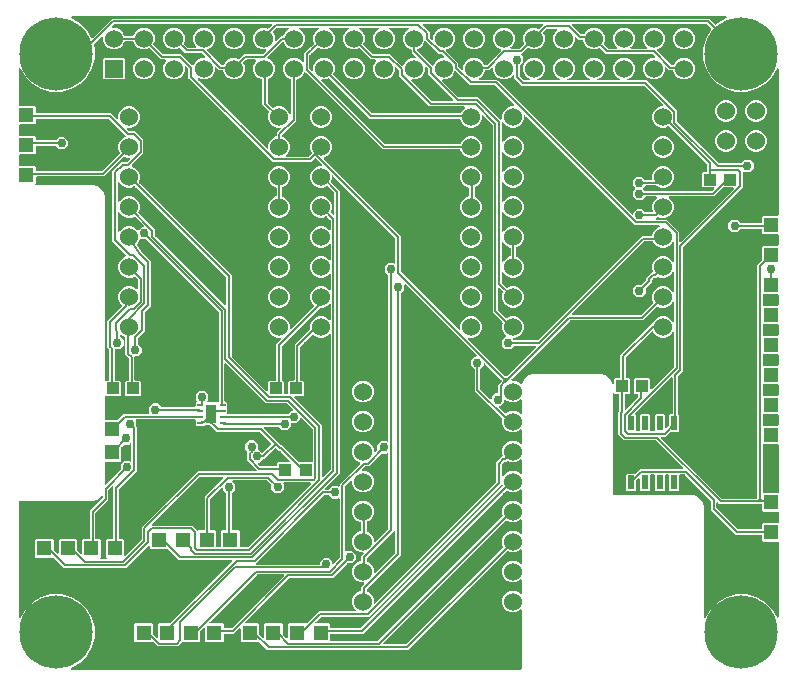
<source format=gbr>
G04 EAGLE Gerber RS-274X export*
G75*
%MOMM*%
%FSLAX34Y34*%
%LPD*%
%INTop Copper*%
%IPPOS*%
%AMOC8*
5,1,8,0,0,1.08239X$1,22.5*%
G01*
G04 Define Apertures*
%ADD10R,1.100000X1.000000*%
%ADD11C,1.524000*%
%ADD12R,0.500000X0.250000*%
%ADD13R,0.900000X1.600000*%
%ADD14R,1.270000X1.270000*%
%ADD15C,6.200000*%
%ADD16R,1.524000X1.524000*%
%ADD17R,0.559000X1.194000*%
%ADD18C,0.152400*%
%ADD19C,0.756400*%
G36*
X73315Y545748D02*
X73030Y545643D01*
X72727Y545656D01*
X72454Y545787D01*
X72253Y546014D01*
X68526Y552470D01*
X62470Y558526D01*
X55316Y562656D01*
X55185Y562752D01*
X55005Y562997D01*
X54936Y563292D01*
X54986Y563591D01*
X55150Y563846D01*
X55400Y564018D01*
X55697Y564078D01*
X609303Y564078D01*
X609465Y564061D01*
X609742Y563939D01*
X609950Y563718D01*
X610056Y563434D01*
X610042Y563131D01*
X609911Y562857D01*
X609684Y562656D01*
X602530Y558526D01*
X601327Y557323D01*
X601097Y557165D01*
X600801Y557100D01*
X600503Y557156D01*
X600250Y557323D01*
X595391Y562182D01*
X89777Y562182D01*
X73452Y545857D01*
X73315Y545748D01*
G37*
G36*
X386402Y518876D02*
X386106Y518811D01*
X385808Y518866D01*
X385555Y519034D01*
X383193Y521396D01*
X383030Y521637D01*
X382970Y521935D01*
X382970Y524672D01*
X372636Y535006D01*
X372481Y535231D01*
X372413Y535526D01*
X372467Y535825D01*
X372632Y536079D01*
X372884Y536249D01*
X375780Y537448D01*
X378352Y540020D01*
X379744Y543381D01*
X379744Y547019D01*
X378352Y550380D01*
X375780Y552952D01*
X372419Y554344D01*
X368781Y554344D01*
X365420Y552952D01*
X362848Y550380D01*
X361456Y547019D01*
X361456Y544973D01*
X361409Y544709D01*
X361250Y544451D01*
X361002Y544276D01*
X360706Y544211D01*
X360408Y544266D01*
X360155Y544434D01*
X358809Y545780D01*
X358646Y546021D01*
X358586Y546319D01*
X358586Y550575D01*
X352852Y556309D01*
X352699Y556529D01*
X352629Y556824D01*
X352680Y557123D01*
X352843Y557378D01*
X353093Y557550D01*
X353390Y557610D01*
X453698Y557610D01*
X453961Y557563D01*
X454219Y557404D01*
X454394Y557157D01*
X454460Y556860D01*
X454404Y556562D01*
X454236Y556309D01*
X451561Y553634D01*
X451325Y553474D01*
X451029Y553411D01*
X450731Y553469D01*
X448619Y554344D01*
X444981Y554344D01*
X441620Y552952D01*
X439048Y550380D01*
X437656Y547019D01*
X437656Y543381D01*
X438531Y541269D01*
X438589Y540990D01*
X438533Y540691D01*
X438366Y540439D01*
X434824Y536897D01*
X434583Y536734D01*
X434285Y536674D01*
X427645Y536674D01*
X427382Y536721D01*
X427124Y536880D01*
X426948Y537128D01*
X426883Y537424D01*
X426939Y537722D01*
X427106Y537975D01*
X429152Y540020D01*
X430544Y543381D01*
X430544Y547019D01*
X429152Y550380D01*
X426580Y552952D01*
X423219Y554344D01*
X419581Y554344D01*
X416220Y552952D01*
X413648Y550380D01*
X412256Y547019D01*
X412256Y543381D01*
X413648Y540020D01*
X416220Y537448D01*
X419013Y536292D01*
X419242Y536143D01*
X419418Y535896D01*
X419483Y535600D01*
X419427Y535302D01*
X419260Y535049D01*
X407392Y523181D01*
X407151Y523018D01*
X406853Y522958D01*
X405098Y522958D01*
X404818Y523011D01*
X404564Y523177D01*
X404394Y523428D01*
X403752Y524980D01*
X401180Y527552D01*
X397819Y528944D01*
X394181Y528944D01*
X390820Y527552D01*
X388248Y524980D01*
X386856Y521619D01*
X386856Y519573D01*
X386809Y519309D01*
X386650Y519051D01*
X386402Y518876D01*
G37*
%LPC*%
G36*
X394181Y536056D02*
X397819Y536056D01*
X401180Y537448D01*
X403752Y540020D01*
X405144Y543381D01*
X405144Y547019D01*
X403752Y550380D01*
X401180Y552952D01*
X397819Y554344D01*
X394181Y554344D01*
X390820Y552952D01*
X388248Y550380D01*
X386856Y547019D01*
X386856Y543381D01*
X388248Y540020D01*
X390820Y537448D01*
X394181Y536056D01*
G37*
%LPD*%
G36*
X158498Y522752D02*
X158202Y522687D01*
X157903Y522743D01*
X157651Y522910D01*
X148459Y532102D01*
X133247Y532102D01*
X132961Y532158D01*
X132708Y532325D01*
X124905Y540127D01*
X124745Y540364D01*
X124682Y540660D01*
X124740Y540958D01*
X125744Y543381D01*
X125744Y547019D01*
X124352Y550380D01*
X121780Y552952D01*
X118419Y554344D01*
X114781Y554344D01*
X111420Y552952D01*
X108848Y550380D01*
X107785Y547812D01*
X107628Y547574D01*
X107378Y547402D01*
X107081Y547342D01*
X100719Y547342D01*
X100439Y547395D01*
X100185Y547561D01*
X100015Y547812D01*
X98952Y550380D01*
X96380Y552952D01*
X93019Y554344D01*
X90245Y554344D01*
X89981Y554391D01*
X89723Y554550D01*
X89548Y554798D01*
X89483Y555094D01*
X89538Y555392D01*
X89706Y555645D01*
X91448Y557387D01*
X91690Y557550D01*
X91987Y557610D01*
X224076Y557610D01*
X224339Y557563D01*
X224597Y557404D01*
X224773Y557157D01*
X224838Y556860D01*
X224782Y556562D01*
X224615Y556309D01*
X222239Y553934D01*
X222003Y553773D01*
X221706Y553710D01*
X221409Y553768D01*
X220019Y554344D01*
X216381Y554344D01*
X213020Y552952D01*
X210448Y550380D01*
X209056Y547019D01*
X209056Y543381D01*
X210448Y540020D01*
X213020Y537448D01*
X216381Y536056D01*
X219685Y536056D01*
X219948Y536009D01*
X220206Y535850D01*
X220382Y535602D01*
X220447Y535306D01*
X220391Y535008D01*
X220224Y534755D01*
X217794Y532325D01*
X217552Y532162D01*
X217255Y532102D01*
X201429Y532102D01*
X197561Y528234D01*
X197325Y528074D01*
X197029Y528011D01*
X196731Y528069D01*
X194619Y528944D01*
X190981Y528944D01*
X187620Y527552D01*
X185048Y524980D01*
X184406Y523428D01*
X184249Y523190D01*
X183999Y523018D01*
X183702Y522958D01*
X182303Y522958D01*
X182017Y523014D01*
X181764Y523181D01*
X169792Y535153D01*
X169636Y535378D01*
X169569Y535674D01*
X169622Y535972D01*
X169788Y536226D01*
X170039Y536396D01*
X172580Y537448D01*
X175152Y540020D01*
X176544Y543381D01*
X176544Y547019D01*
X175152Y550380D01*
X172580Y552952D01*
X169219Y554344D01*
X165581Y554344D01*
X162220Y552952D01*
X159648Y550380D01*
X158256Y547019D01*
X158256Y543381D01*
X159648Y540020D01*
X160923Y538745D01*
X161076Y538526D01*
X161146Y538230D01*
X161095Y537931D01*
X160932Y537676D01*
X160682Y537504D01*
X160385Y537444D01*
X154100Y537444D01*
X153814Y537500D01*
X153562Y537667D01*
X150539Y540690D01*
X150378Y540926D01*
X150315Y541223D01*
X150373Y541521D01*
X151144Y543381D01*
X151144Y547019D01*
X149752Y550380D01*
X147180Y552952D01*
X143819Y554344D01*
X140181Y554344D01*
X136820Y552952D01*
X134248Y550380D01*
X132856Y547019D01*
X132856Y543381D01*
X134248Y540020D01*
X136820Y537448D01*
X140181Y536056D01*
X143819Y536056D01*
X146805Y537293D01*
X147084Y537351D01*
X147383Y537295D01*
X147635Y537128D01*
X151891Y532872D01*
X165291Y532872D01*
X165577Y532816D01*
X165830Y532649D01*
X168234Y530245D01*
X168387Y530025D01*
X168457Y529730D01*
X168406Y529431D01*
X168243Y529176D01*
X167993Y529004D01*
X167695Y528944D01*
X165581Y528944D01*
X162220Y527552D01*
X159648Y524980D01*
X158893Y523158D01*
X158745Y522928D01*
X158498Y522752D01*
G37*
%LPC*%
G36*
X190981Y536056D02*
X194619Y536056D01*
X197980Y537448D01*
X200552Y540020D01*
X201944Y543381D01*
X201944Y547019D01*
X200552Y550380D01*
X197980Y552952D01*
X194619Y554344D01*
X190981Y554344D01*
X187620Y552952D01*
X185048Y550380D01*
X183656Y547019D01*
X183656Y543381D01*
X185048Y540020D01*
X187620Y537448D01*
X190981Y536056D01*
G37*
%LPD*%
G36*
X635489Y155734D02*
X635192Y155674D01*
X606209Y155674D01*
X605923Y155730D01*
X605670Y155897D01*
X554642Y206925D01*
X554489Y207145D01*
X554419Y207440D01*
X554470Y207739D01*
X554633Y207994D01*
X554884Y208166D01*
X555181Y208226D01*
X558415Y208226D01*
X562414Y212225D01*
X562655Y212388D01*
X562953Y212448D01*
X568883Y212448D01*
X569776Y213341D01*
X569776Y226543D01*
X569121Y227198D01*
X568958Y227440D01*
X568898Y227737D01*
X568898Y259233D01*
X568954Y259519D01*
X569121Y259772D01*
X573094Y263745D01*
X573094Y368157D01*
X573150Y368443D01*
X573317Y368696D01*
X623762Y419141D01*
X623762Y431895D01*
X623809Y432158D01*
X623968Y432416D01*
X624216Y432591D01*
X624512Y432656D01*
X624810Y432601D01*
X625063Y432433D01*
X625302Y432194D01*
X629698Y432194D01*
X632806Y435302D01*
X632806Y439698D01*
X629698Y442806D01*
X625302Y442806D01*
X622505Y440009D01*
X622264Y439846D01*
X621967Y439786D01*
X603763Y439786D01*
X603477Y439842D01*
X603224Y440009D01*
X568415Y474818D01*
X568252Y475059D01*
X568192Y475357D01*
X568192Y483892D01*
X542298Y509786D01*
X526549Y509786D01*
X526292Y509831D01*
X526032Y509988D01*
X525855Y510234D01*
X525788Y510530D01*
X525841Y510828D01*
X526006Y511083D01*
X526258Y511252D01*
X528180Y512048D01*
X530752Y514620D01*
X532144Y517981D01*
X532144Y521619D01*
X530752Y524980D01*
X528180Y527552D01*
X524819Y528944D01*
X521181Y528944D01*
X517820Y527552D01*
X515248Y524980D01*
X513856Y521619D01*
X513856Y517981D01*
X515248Y514620D01*
X517820Y512048D01*
X519742Y511252D01*
X519963Y511112D01*
X520142Y510867D01*
X520212Y510572D01*
X520161Y510273D01*
X519998Y510018D01*
X519748Y509846D01*
X519451Y509786D01*
X501149Y509786D01*
X500892Y509831D01*
X500632Y509988D01*
X500455Y510234D01*
X500388Y510530D01*
X500441Y510828D01*
X500606Y511083D01*
X500858Y511252D01*
X502780Y512048D01*
X505352Y514620D01*
X506744Y517981D01*
X506744Y521619D01*
X505352Y524980D01*
X502780Y527552D01*
X499419Y528944D01*
X495781Y528944D01*
X492420Y527552D01*
X489848Y524980D01*
X488456Y521619D01*
X488456Y517981D01*
X489848Y514620D01*
X492420Y512048D01*
X494342Y511252D01*
X494563Y511112D01*
X494742Y510867D01*
X494812Y510572D01*
X494761Y510273D01*
X494598Y510018D01*
X494348Y509846D01*
X494051Y509786D01*
X475749Y509786D01*
X475492Y509831D01*
X475232Y509988D01*
X475055Y510234D01*
X474988Y510530D01*
X475041Y510828D01*
X475206Y511083D01*
X475458Y511252D01*
X477380Y512048D01*
X479952Y514620D01*
X481344Y517981D01*
X481344Y521619D01*
X479952Y524980D01*
X477380Y527552D01*
X474019Y528944D01*
X470381Y528944D01*
X467020Y527552D01*
X464448Y524980D01*
X463056Y521619D01*
X463056Y517981D01*
X464448Y514620D01*
X467020Y512048D01*
X468942Y511252D01*
X469163Y511112D01*
X469342Y510867D01*
X469412Y510572D01*
X469361Y510273D01*
X469198Y510018D01*
X468948Y509846D01*
X468651Y509786D01*
X450349Y509786D01*
X450092Y509831D01*
X449832Y509988D01*
X449655Y510234D01*
X449588Y510530D01*
X449641Y510828D01*
X449806Y511083D01*
X450058Y511252D01*
X451980Y512048D01*
X454552Y514620D01*
X455944Y517981D01*
X455944Y521619D01*
X454552Y524980D01*
X451980Y527552D01*
X448619Y528944D01*
X444981Y528944D01*
X441620Y527552D01*
X439107Y525038D01*
X438887Y524885D01*
X438605Y524819D01*
X438684Y524706D01*
X438746Y524409D01*
X438688Y524111D01*
X437656Y521619D01*
X437656Y517981D01*
X439048Y514620D01*
X441620Y512048D01*
X443542Y511252D01*
X443763Y511112D01*
X443942Y510867D01*
X444012Y510572D01*
X443961Y510273D01*
X443798Y510018D01*
X443548Y509846D01*
X443251Y509786D01*
X438763Y509786D01*
X438477Y509842D01*
X438224Y510009D01*
X435009Y513224D01*
X434846Y513465D01*
X434786Y513763D01*
X434786Y521967D01*
X434842Y522253D01*
X435009Y522505D01*
X437446Y524942D01*
X437660Y525092D01*
X437947Y525163D01*
X437866Y525280D01*
X437806Y525577D01*
X437806Y529698D01*
X436487Y531017D01*
X436329Y531247D01*
X436264Y531543D01*
X436320Y531841D01*
X436487Y532094D01*
X441416Y537023D01*
X441652Y537184D01*
X441949Y537247D01*
X442247Y537189D01*
X444981Y536056D01*
X448619Y536056D01*
X451980Y537448D01*
X454552Y540020D01*
X455944Y543381D01*
X455944Y547019D01*
X454811Y549753D01*
X454753Y550033D01*
X454809Y550331D01*
X454977Y550584D01*
X457608Y553215D01*
X457849Y553378D01*
X458147Y553438D01*
X465667Y553438D01*
X465930Y553391D01*
X466188Y553232D01*
X466364Y552984D01*
X466429Y552688D01*
X466373Y552390D01*
X466206Y552137D01*
X464448Y550380D01*
X463056Y547019D01*
X463056Y543381D01*
X464448Y540020D01*
X467020Y537448D01*
X470381Y536056D01*
X474019Y536056D01*
X477380Y537448D01*
X479952Y540020D01*
X481344Y543381D01*
X481344Y546003D01*
X481391Y546267D01*
X481550Y546525D01*
X481798Y546700D01*
X482094Y546765D01*
X482392Y546710D01*
X482645Y546542D01*
X484893Y544294D01*
X487694Y544294D01*
X487969Y544243D01*
X488224Y544079D01*
X488396Y543829D01*
X488456Y543532D01*
X488456Y543381D01*
X489848Y540020D01*
X492420Y537448D01*
X495781Y536056D01*
X499419Y536056D01*
X502046Y537144D01*
X502325Y537202D01*
X502623Y537146D01*
X502876Y536979D01*
X507753Y532102D01*
X547061Y532102D01*
X547347Y532046D01*
X547600Y531879D01*
X549234Y530245D01*
X549387Y530025D01*
X549457Y529730D01*
X549406Y529431D01*
X549243Y529176D01*
X548993Y529004D01*
X548695Y528944D01*
X546581Y528944D01*
X543220Y527552D01*
X540648Y524980D01*
X539256Y521619D01*
X539256Y517981D01*
X540648Y514620D01*
X543220Y512048D01*
X546581Y510656D01*
X550219Y510656D01*
X553580Y512048D01*
X556152Y514620D01*
X557544Y517981D01*
X557544Y520095D01*
X557591Y520359D01*
X557750Y520617D01*
X557998Y520792D01*
X558294Y520857D01*
X558592Y520802D01*
X558845Y520634D01*
X561093Y518386D01*
X563979Y518386D01*
X564260Y518333D01*
X564514Y518167D01*
X564683Y517916D01*
X566048Y514620D01*
X568620Y512048D01*
X571981Y510656D01*
X575619Y510656D01*
X578980Y512048D01*
X581552Y514620D01*
X582944Y517981D01*
X582944Y521619D01*
X581552Y524980D01*
X578980Y527552D01*
X575619Y528944D01*
X571981Y528944D01*
X568620Y527552D01*
X566048Y524980D01*
X565406Y523428D01*
X565249Y523190D01*
X564999Y523018D01*
X564702Y522958D01*
X563303Y522958D01*
X563017Y523014D01*
X562764Y523181D01*
X550792Y535153D01*
X550636Y535378D01*
X550569Y535674D01*
X550622Y535972D01*
X550788Y536226D01*
X551039Y536396D01*
X553580Y537448D01*
X556152Y540020D01*
X557544Y543381D01*
X557544Y547019D01*
X556152Y550380D01*
X553580Y552952D01*
X550219Y554344D01*
X546581Y554344D01*
X543220Y552952D01*
X540648Y550380D01*
X539256Y547019D01*
X539256Y543381D01*
X540648Y540020D01*
X542694Y537975D01*
X542847Y537755D01*
X542916Y537460D01*
X542866Y537161D01*
X542702Y536906D01*
X542452Y536734D01*
X542155Y536674D01*
X529245Y536674D01*
X528982Y536721D01*
X528724Y536880D01*
X528548Y537128D01*
X528483Y537424D01*
X528539Y537722D01*
X528706Y537975D01*
X530752Y540020D01*
X532144Y543381D01*
X532144Y547019D01*
X530752Y550380D01*
X528180Y552952D01*
X524819Y554344D01*
X521181Y554344D01*
X517820Y552952D01*
X515248Y550380D01*
X513856Y547019D01*
X513856Y543381D01*
X515248Y540020D01*
X517294Y537975D01*
X517447Y537755D01*
X517516Y537460D01*
X517466Y537161D01*
X517302Y536906D01*
X517052Y536734D01*
X516755Y536674D01*
X509963Y536674D01*
X509677Y536730D01*
X509424Y536897D01*
X505990Y540331D01*
X505829Y540567D01*
X505767Y540864D01*
X505825Y541162D01*
X506744Y543381D01*
X506744Y547019D01*
X505352Y550380D01*
X502780Y552952D01*
X499419Y554344D01*
X495781Y554344D01*
X492420Y552952D01*
X489848Y550380D01*
X489416Y549336D01*
X489259Y549098D01*
X489009Y548926D01*
X488712Y548866D01*
X487103Y548866D01*
X486817Y548922D01*
X486564Y549089D01*
X479344Y556309D01*
X479191Y556529D01*
X479121Y556824D01*
X479172Y557123D01*
X479335Y557378D01*
X479585Y557550D01*
X479882Y557610D01*
X593181Y557610D01*
X593467Y557555D01*
X593720Y557387D01*
X597017Y554090D01*
X597175Y553860D01*
X597240Y553564D01*
X597184Y553266D01*
X597017Y553013D01*
X596474Y552470D01*
X592192Y545054D01*
X589976Y536782D01*
X589976Y528218D01*
X592192Y519946D01*
X596474Y512530D01*
X602530Y506474D01*
X609946Y502192D01*
X618218Y499976D01*
X626782Y499976D01*
X635054Y502192D01*
X642470Y506474D01*
X648526Y512530D01*
X652656Y519684D01*
X652752Y519815D01*
X652997Y519995D01*
X653292Y520065D01*
X653591Y520014D01*
X653846Y519850D01*
X654018Y519600D01*
X654078Y519303D01*
X654078Y396136D01*
X654027Y395861D01*
X653863Y395606D01*
X653613Y395434D01*
X653316Y395374D01*
X640747Y395374D01*
X639854Y394481D01*
X639854Y389608D01*
X639803Y389333D01*
X639639Y389078D01*
X639389Y388906D01*
X639092Y388846D01*
X622437Y388846D01*
X622151Y388902D01*
X621899Y389069D01*
X619102Y391866D01*
X614706Y391866D01*
X611598Y388758D01*
X611598Y384362D01*
X614706Y381254D01*
X619102Y381254D01*
X621899Y384051D01*
X622140Y384214D01*
X622437Y384274D01*
X639092Y384274D01*
X639367Y384223D01*
X639622Y384059D01*
X639794Y383809D01*
X639854Y383512D01*
X639854Y380519D01*
X640747Y379626D01*
X653316Y379626D01*
X653591Y379575D01*
X653846Y379411D01*
X654018Y379161D01*
X654078Y378864D01*
X654078Y370736D01*
X654027Y370461D01*
X653863Y370206D01*
X653613Y370034D01*
X653316Y369974D01*
X640747Y369974D01*
X639854Y369081D01*
X639854Y357775D01*
X639798Y357489D01*
X639631Y357236D01*
X635954Y353559D01*
X635954Y156436D01*
X635903Y156161D01*
X635739Y155906D01*
X635489Y155734D01*
G37*
%LPC*%
G36*
X571981Y536056D02*
X575619Y536056D01*
X578980Y537448D01*
X581552Y540020D01*
X582944Y543381D01*
X582944Y547019D01*
X581552Y550380D01*
X578980Y552952D01*
X575619Y554344D01*
X571981Y554344D01*
X568620Y552952D01*
X566048Y550380D01*
X564656Y547019D01*
X564656Y543381D01*
X566048Y540020D01*
X568620Y537448D01*
X571981Y536056D01*
G37*
G36*
X607581Y474826D02*
X611219Y474826D01*
X614580Y476218D01*
X617152Y478790D01*
X618544Y482151D01*
X618544Y485789D01*
X617152Y489150D01*
X614580Y491722D01*
X611219Y493114D01*
X607581Y493114D01*
X604220Y491722D01*
X601648Y489150D01*
X600256Y485789D01*
X600256Y482151D01*
X601648Y478790D01*
X604220Y476218D01*
X607581Y474826D01*
G37*
G36*
X632981Y474826D02*
X636619Y474826D01*
X639980Y476218D01*
X642552Y478790D01*
X643944Y482151D01*
X643944Y485789D01*
X642552Y489150D01*
X639980Y491722D01*
X636619Y493114D01*
X632981Y493114D01*
X629620Y491722D01*
X627048Y489150D01*
X625656Y485789D01*
X625656Y482151D01*
X627048Y478790D01*
X629620Y476218D01*
X632981Y474826D01*
G37*
G36*
X607581Y449426D02*
X611219Y449426D01*
X614580Y450818D01*
X617152Y453390D01*
X618544Y456751D01*
X618544Y460389D01*
X617152Y463750D01*
X614580Y466322D01*
X611219Y467714D01*
X607581Y467714D01*
X604220Y466322D01*
X601648Y463750D01*
X600256Y460389D01*
X600256Y456751D01*
X601648Y453390D01*
X604220Y450818D01*
X607581Y449426D01*
G37*
G36*
X632981Y449426D02*
X636619Y449426D01*
X639980Y450818D01*
X642552Y453390D01*
X643944Y456751D01*
X643944Y460389D01*
X642552Y463750D01*
X639980Y466322D01*
X636619Y467714D01*
X632981Y467714D01*
X629620Y466322D01*
X627048Y463750D01*
X625656Y460389D01*
X625656Y456751D01*
X627048Y453390D01*
X629620Y450818D01*
X632981Y449426D01*
G37*
%LPD*%
G36*
X336000Y522034D02*
X335704Y521969D01*
X335406Y522024D01*
X335153Y522192D01*
X325243Y532102D01*
X311047Y532102D01*
X310761Y532158D01*
X310508Y532325D01*
X302705Y540127D01*
X302545Y540364D01*
X302482Y540660D01*
X302540Y540958D01*
X303544Y543381D01*
X303544Y547019D01*
X302152Y550380D01*
X299580Y552952D01*
X299231Y553096D01*
X299011Y553236D01*
X298831Y553481D01*
X298761Y553776D01*
X298812Y554075D01*
X298976Y554330D01*
X299226Y554502D01*
X299523Y554562D01*
X314677Y554562D01*
X314935Y554517D01*
X315194Y554360D01*
X315371Y554114D01*
X315439Y553818D01*
X315386Y553520D01*
X315220Y553266D01*
X314969Y553096D01*
X314620Y552952D01*
X312048Y550380D01*
X310656Y547019D01*
X310656Y543381D01*
X312048Y540020D01*
X314620Y537448D01*
X317981Y536056D01*
X321619Y536056D01*
X324980Y537448D01*
X327552Y540020D01*
X328944Y543381D01*
X328944Y547019D01*
X327552Y550380D01*
X324980Y552952D01*
X324631Y553096D01*
X324411Y553236D01*
X324231Y553481D01*
X324161Y553776D01*
X324212Y554075D01*
X324376Y554330D01*
X324626Y554502D01*
X324923Y554562D01*
X340077Y554562D01*
X340335Y554517D01*
X340594Y554360D01*
X340771Y554114D01*
X340839Y553818D01*
X340786Y553520D01*
X340620Y553266D01*
X340369Y553096D01*
X340020Y552952D01*
X337448Y550380D01*
X336056Y547019D01*
X336056Y543381D01*
X337448Y540020D01*
X340020Y537448D01*
X342876Y536265D01*
X343114Y536109D01*
X343286Y535859D01*
X343346Y535561D01*
X343346Y533441D01*
X346542Y530245D01*
X346695Y530025D01*
X346765Y529730D01*
X346714Y529431D01*
X346551Y529176D01*
X346301Y529004D01*
X346003Y528944D01*
X343381Y528944D01*
X340020Y527552D01*
X337448Y524980D01*
X336396Y522439D01*
X336248Y522209D01*
X336000Y522034D01*
G37*
G36*
X240790Y481214D02*
X240494Y481147D01*
X240196Y481200D01*
X239942Y481365D01*
X239772Y481617D01*
X238752Y484080D01*
X236180Y486652D01*
X232819Y488044D01*
X229181Y488044D01*
X226356Y486874D01*
X226077Y486816D01*
X225779Y486872D01*
X225526Y487039D01*
X221649Y490916D01*
X221486Y491157D01*
X221426Y491455D01*
X221426Y510730D01*
X221479Y511010D01*
X221645Y511264D01*
X221896Y511434D01*
X223380Y512048D01*
X225952Y514620D01*
X227344Y517981D01*
X227344Y521619D01*
X225952Y524980D01*
X223380Y527552D01*
X221680Y528256D01*
X221450Y528404D01*
X221275Y528652D01*
X221210Y528948D01*
X221265Y529246D01*
X221433Y529499D01*
X233901Y541967D01*
X234126Y542123D01*
X234422Y542190D01*
X234720Y542137D01*
X234975Y541971D01*
X235144Y541720D01*
X235848Y540020D01*
X238420Y537448D01*
X241781Y536056D01*
X245419Y536056D01*
X248780Y537448D01*
X251352Y540020D01*
X252744Y543381D01*
X252744Y547019D01*
X251352Y550380D01*
X248780Y552952D01*
X248431Y553096D01*
X248211Y553236D01*
X248031Y553481D01*
X247961Y553776D01*
X248012Y554075D01*
X248176Y554330D01*
X248426Y554502D01*
X248723Y554562D01*
X263877Y554562D01*
X264135Y554517D01*
X264394Y554360D01*
X264571Y554114D01*
X264639Y553818D01*
X264586Y553520D01*
X264420Y553266D01*
X264169Y553096D01*
X263820Y552952D01*
X261248Y550380D01*
X259856Y547019D01*
X259856Y543381D01*
X260582Y541628D01*
X260640Y541349D01*
X260584Y541051D01*
X260417Y540798D01*
X257736Y538117D01*
X257495Y537954D01*
X257198Y537894D01*
X256999Y537894D01*
X252106Y533001D01*
X252106Y526065D01*
X252059Y525802D01*
X251900Y525544D01*
X251652Y525369D01*
X251356Y525303D01*
X251058Y525359D01*
X250805Y525527D01*
X248780Y527552D01*
X245419Y528944D01*
X241781Y528944D01*
X238420Y527552D01*
X235848Y524980D01*
X234456Y521619D01*
X234456Y517981D01*
X235848Y514620D01*
X238420Y512048D01*
X240768Y511076D01*
X241006Y510919D01*
X241178Y510669D01*
X241238Y510372D01*
X241238Y481909D01*
X241193Y481651D01*
X241036Y481392D01*
X240790Y481214D01*
G37*
G36*
X228425Y543023D02*
X228130Y542954D01*
X227831Y543004D01*
X227576Y543168D01*
X227404Y543418D01*
X227344Y543715D01*
X227344Y547019D01*
X225912Y550476D01*
X225854Y550755D01*
X225910Y551053D01*
X226077Y551306D01*
X229110Y554339D01*
X229352Y554502D01*
X229649Y554562D01*
X238477Y554562D01*
X238735Y554517D01*
X238994Y554360D01*
X239171Y554114D01*
X239239Y553818D01*
X239186Y553520D01*
X239020Y553266D01*
X238769Y553096D01*
X238420Y552952D01*
X235848Y550380D01*
X234642Y547469D01*
X234486Y547230D01*
X234236Y547059D01*
X233938Y546998D01*
X232467Y546998D01*
X228645Y543176D01*
X228425Y543023D01*
G37*
G36*
X384596Y481870D02*
X384299Y481810D01*
X310319Y481810D01*
X310033Y481866D01*
X309780Y482033D01*
X277241Y514572D01*
X277081Y514808D01*
X277018Y515105D01*
X277076Y515402D01*
X278144Y517981D01*
X278144Y521619D01*
X276752Y524980D01*
X274180Y527552D01*
X270819Y528944D01*
X267181Y528944D01*
X263820Y527552D01*
X261248Y524980D01*
X259856Y521619D01*
X259856Y518557D01*
X259809Y518293D01*
X259650Y518035D01*
X259402Y517860D01*
X259106Y517795D01*
X258808Y517850D01*
X258555Y518018D01*
X256901Y519672D01*
X256738Y519913D01*
X256678Y520211D01*
X256678Y530791D01*
X256734Y531077D01*
X256901Y531330D01*
X258670Y533099D01*
X258912Y533262D01*
X259209Y533322D01*
X259407Y533322D01*
X263257Y537172D01*
X263493Y537333D01*
X263790Y537395D01*
X264088Y537337D01*
X267181Y536056D01*
X270819Y536056D01*
X274180Y537448D01*
X276752Y540020D01*
X278144Y543381D01*
X278144Y547019D01*
X276752Y550380D01*
X274180Y552952D01*
X273831Y553096D01*
X273611Y553236D01*
X273431Y553481D01*
X273361Y553776D01*
X273412Y554075D01*
X273576Y554330D01*
X273826Y554502D01*
X274123Y554562D01*
X289277Y554562D01*
X289535Y554517D01*
X289794Y554360D01*
X289971Y554114D01*
X290039Y553818D01*
X289986Y553520D01*
X289820Y553266D01*
X289569Y553096D01*
X289220Y552952D01*
X286648Y550380D01*
X285256Y547019D01*
X285256Y543381D01*
X286648Y540020D01*
X289220Y537448D01*
X292581Y536056D01*
X296219Y536056D01*
X298642Y537060D01*
X298922Y537118D01*
X299220Y537062D01*
X299473Y536895D01*
X308837Y527530D01*
X312759Y527530D01*
X313022Y527483D01*
X313280Y527324D01*
X313456Y527076D01*
X313521Y526780D01*
X313465Y526482D01*
X313298Y526229D01*
X312048Y524980D01*
X310656Y521619D01*
X310656Y517981D01*
X312048Y514620D01*
X314620Y512048D01*
X317981Y510656D01*
X321619Y510656D01*
X324980Y512048D01*
X327552Y514620D01*
X328944Y517981D01*
X328944Y520095D01*
X328991Y520359D01*
X329150Y520617D01*
X329398Y520792D01*
X329694Y520857D01*
X329992Y520802D01*
X330245Y520634D01*
X332455Y518424D01*
X332618Y518183D01*
X332678Y517885D01*
X332678Y513629D01*
X358401Y487906D01*
X387735Y487906D01*
X387998Y487859D01*
X388256Y487700D01*
X388432Y487452D01*
X388497Y487156D01*
X388441Y486858D01*
X388274Y486605D01*
X385748Y484080D01*
X385003Y482280D01*
X384846Y482042D01*
X384596Y481870D01*
G37*
%LPC*%
G36*
X292581Y510656D02*
X296219Y510656D01*
X299580Y512048D01*
X302152Y514620D01*
X303544Y517981D01*
X303544Y521619D01*
X302152Y524980D01*
X299580Y527552D01*
X296219Y528944D01*
X292581Y528944D01*
X289220Y527552D01*
X286648Y524980D01*
X285256Y521619D01*
X285256Y517981D01*
X286648Y514620D01*
X289220Y512048D01*
X292581Y510656D01*
G37*
%LPD*%
G36*
X221122Y246768D02*
X220826Y246703D01*
X220528Y246758D01*
X220275Y246926D01*
X191169Y276032D01*
X191006Y276273D01*
X190946Y276571D01*
X190946Y344835D01*
X112437Y423344D01*
X112276Y423580D01*
X112214Y423877D01*
X112271Y424175D01*
X113144Y426281D01*
X113144Y429919D01*
X111752Y433280D01*
X109180Y435852D01*
X106588Y436925D01*
X106358Y437074D01*
X106183Y437321D01*
X106118Y437617D01*
X106174Y437915D01*
X106341Y438168D01*
X116270Y448097D01*
X116270Y459135D01*
X108835Y466570D01*
X104579Y466570D01*
X104293Y466626D01*
X104040Y466793D01*
X102378Y468455D01*
X102225Y468675D01*
X102155Y468970D01*
X102206Y469269D01*
X102369Y469524D01*
X102619Y469696D01*
X102917Y469756D01*
X105819Y469756D01*
X109180Y471148D01*
X111752Y473720D01*
X113144Y477081D01*
X113144Y480719D01*
X111752Y484080D01*
X109180Y486652D01*
X105819Y488044D01*
X102181Y488044D01*
X98820Y486652D01*
X96248Y484080D01*
X94856Y480719D01*
X94856Y477817D01*
X94809Y477553D01*
X94650Y477295D01*
X94402Y477120D01*
X94106Y477055D01*
X93808Y477110D01*
X93555Y477278D01*
X89023Y481810D01*
X25908Y481810D01*
X25633Y481861D01*
X25378Y482025D01*
X25206Y482275D01*
X25146Y482572D01*
X25146Y487553D01*
X24253Y488446D01*
X11684Y488446D01*
X11409Y488497D01*
X11154Y488661D01*
X10982Y488911D01*
X10922Y489208D01*
X10922Y519303D01*
X10939Y519465D01*
X11061Y519742D01*
X11282Y519950D01*
X11567Y520056D01*
X11869Y520042D01*
X12143Y519911D01*
X12344Y519684D01*
X16474Y512530D01*
X22530Y506474D01*
X29946Y502192D01*
X38218Y499976D01*
X46782Y499976D01*
X55054Y502192D01*
X62470Y506474D01*
X68526Y512530D01*
X72808Y519946D01*
X75024Y528218D01*
X75024Y536782D01*
X74254Y539655D01*
X74228Y539840D01*
X74284Y540138D01*
X74452Y540391D01*
X80755Y546694D01*
X80975Y546847D01*
X81270Y546917D01*
X81569Y546866D01*
X81824Y546703D01*
X81996Y546453D01*
X82056Y546155D01*
X82056Y543381D01*
X83448Y540020D01*
X86020Y537448D01*
X89381Y536056D01*
X93019Y536056D01*
X96380Y537448D01*
X98952Y540020D01*
X99896Y542300D01*
X100053Y542538D01*
X100303Y542710D01*
X100600Y542770D01*
X107200Y542770D01*
X107480Y542717D01*
X107735Y542551D01*
X107904Y542300D01*
X108848Y540020D01*
X111420Y537448D01*
X114781Y536056D01*
X118419Y536056D01*
X120842Y537060D01*
X121122Y537118D01*
X121420Y537062D01*
X121673Y536895D01*
X131037Y527530D01*
X134959Y527530D01*
X135222Y527483D01*
X135480Y527324D01*
X135656Y527076D01*
X135721Y526780D01*
X135665Y526482D01*
X135498Y526229D01*
X134248Y524980D01*
X132856Y521619D01*
X132856Y517981D01*
X134248Y514620D01*
X136820Y512048D01*
X140181Y510656D01*
X143819Y510656D01*
X147180Y512048D01*
X149752Y514620D01*
X151144Y517981D01*
X151144Y521111D01*
X151191Y521375D01*
X151350Y521633D01*
X151598Y521808D01*
X151894Y521873D01*
X152192Y521818D01*
X152445Y521650D01*
X154147Y519948D01*
X154310Y519707D01*
X154370Y519409D01*
X154370Y512105D01*
X225813Y440662D01*
X258187Y440662D01*
X261273Y443748D01*
X261504Y443906D01*
X261800Y443971D01*
X262098Y443916D01*
X262351Y443748D01*
X267554Y438545D01*
X267707Y438325D01*
X267777Y438030D01*
X267726Y437731D01*
X267563Y437476D01*
X267313Y437304D01*
X267015Y437244D01*
X264681Y437244D01*
X261320Y435852D01*
X258748Y433280D01*
X257356Y429919D01*
X257356Y426281D01*
X258748Y422920D01*
X261320Y420348D01*
X264681Y418956D01*
X268319Y418956D01*
X271461Y420257D01*
X271740Y420315D01*
X272038Y420260D01*
X272291Y420092D01*
X277591Y414792D01*
X277754Y414551D01*
X277814Y414253D01*
X277814Y396967D01*
X277767Y396703D01*
X277608Y396445D01*
X277360Y396270D01*
X277064Y396205D01*
X276766Y396260D01*
X276513Y396428D01*
X274954Y397987D01*
X274794Y398223D01*
X274731Y398519D01*
X274789Y398817D01*
X275644Y400881D01*
X275644Y404519D01*
X274252Y407880D01*
X271680Y410452D01*
X268319Y411844D01*
X264681Y411844D01*
X261320Y410452D01*
X258748Y407880D01*
X257356Y404519D01*
X257356Y400881D01*
X258748Y397520D01*
X261320Y394948D01*
X264681Y393556D01*
X268319Y393556D01*
X271101Y394709D01*
X271381Y394766D01*
X271679Y394711D01*
X271932Y394543D01*
X274543Y391932D01*
X274706Y391691D01*
X274766Y391393D01*
X274766Y383805D01*
X274719Y383542D01*
X274560Y383284D01*
X274312Y383108D01*
X274016Y383043D01*
X273718Y383099D01*
X273465Y383266D01*
X271680Y385052D01*
X268319Y386444D01*
X264681Y386444D01*
X261320Y385052D01*
X258748Y382480D01*
X257356Y379119D01*
X257356Y375481D01*
X258748Y372120D01*
X261320Y369548D01*
X264681Y368156D01*
X268319Y368156D01*
X271680Y369548D01*
X273465Y371334D01*
X273685Y371487D01*
X273980Y371556D01*
X274279Y371506D01*
X274534Y371342D01*
X274706Y371092D01*
X274766Y370795D01*
X274766Y358405D01*
X274719Y358142D01*
X274560Y357884D01*
X274312Y357708D01*
X274016Y357643D01*
X273718Y357699D01*
X273465Y357866D01*
X271680Y359652D01*
X268319Y361044D01*
X264681Y361044D01*
X261320Y359652D01*
X258748Y357080D01*
X257356Y353719D01*
X257356Y350081D01*
X258748Y346720D01*
X261320Y344148D01*
X264681Y342756D01*
X268319Y342756D01*
X271680Y344148D01*
X273465Y345934D01*
X273685Y346087D01*
X273980Y346156D01*
X274279Y346106D01*
X274534Y345942D01*
X274706Y345692D01*
X274766Y345395D01*
X274766Y333005D01*
X274719Y332742D01*
X274560Y332484D01*
X274312Y332308D01*
X274016Y332243D01*
X273718Y332299D01*
X273465Y332466D01*
X271680Y334252D01*
X268319Y335644D01*
X264681Y335644D01*
X261320Y334252D01*
X258748Y331680D01*
X257356Y328319D01*
X257356Y324681D01*
X258748Y321320D01*
X260557Y319511D01*
X260715Y319281D01*
X260780Y318985D01*
X260724Y318687D01*
X260557Y318434D01*
X241445Y299322D01*
X241225Y299169D01*
X240930Y299099D01*
X240631Y299150D01*
X240376Y299313D01*
X240204Y299563D01*
X240144Y299861D01*
X240144Y302919D01*
X238752Y306280D01*
X236180Y308852D01*
X232819Y310244D01*
X229181Y310244D01*
X225820Y308852D01*
X223248Y306280D01*
X221856Y302919D01*
X221856Y299281D01*
X223248Y295920D01*
X225820Y293348D01*
X229181Y291956D01*
X232239Y291956D01*
X232503Y291909D01*
X232761Y291750D01*
X232936Y291502D01*
X233001Y291206D01*
X232946Y290908D01*
X232778Y290655D01*
X228782Y286659D01*
X228782Y256406D01*
X228731Y256131D01*
X228567Y255876D01*
X228317Y255704D01*
X228020Y255644D01*
X222469Y255644D01*
X221576Y254751D01*
X221576Y247465D01*
X221529Y247201D01*
X221370Y246943D01*
X221122Y246768D01*
G37*
%LPC*%
G36*
X82949Y510656D02*
X99451Y510656D01*
X100344Y511549D01*
X100344Y528051D01*
X99451Y528944D01*
X82949Y528944D01*
X82056Y528051D01*
X82056Y511549D01*
X82949Y510656D01*
G37*
G36*
X114781Y510656D02*
X118419Y510656D01*
X121780Y512048D01*
X124352Y514620D01*
X125744Y517981D01*
X125744Y521619D01*
X124352Y524980D01*
X121780Y527552D01*
X118419Y528944D01*
X114781Y528944D01*
X111420Y527552D01*
X108848Y524980D01*
X107456Y521619D01*
X107456Y517981D01*
X108848Y514620D01*
X111420Y512048D01*
X114781Y510656D01*
G37*
G36*
X229181Y393556D02*
X232819Y393556D01*
X236180Y394948D01*
X238752Y397520D01*
X240144Y400881D01*
X240144Y404519D01*
X238752Y407880D01*
X236180Y410452D01*
X234088Y411318D01*
X233850Y411475D01*
X233678Y411725D01*
X233618Y412022D01*
X233618Y418778D01*
X233671Y419058D01*
X233837Y419312D01*
X234088Y419482D01*
X236180Y420348D01*
X238752Y422920D01*
X240144Y426281D01*
X240144Y429919D01*
X238752Y433280D01*
X236180Y435852D01*
X232819Y437244D01*
X229181Y437244D01*
X225820Y435852D01*
X223248Y433280D01*
X221856Y429919D01*
X221856Y426281D01*
X223248Y422920D01*
X225820Y420348D01*
X228576Y419207D01*
X228814Y419050D01*
X228986Y418800D01*
X229046Y418503D01*
X229046Y412297D01*
X228993Y412017D01*
X228827Y411763D01*
X228576Y411593D01*
X225820Y410452D01*
X223248Y407880D01*
X221856Y404519D01*
X221856Y400881D01*
X223248Y397520D01*
X225820Y394948D01*
X229181Y393556D01*
G37*
G36*
X229181Y368156D02*
X232819Y368156D01*
X236180Y369548D01*
X238752Y372120D01*
X240144Y375481D01*
X240144Y379119D01*
X238752Y382480D01*
X236180Y385052D01*
X232819Y386444D01*
X229181Y386444D01*
X225820Y385052D01*
X223248Y382480D01*
X221856Y379119D01*
X221856Y375481D01*
X223248Y372120D01*
X225820Y369548D01*
X229181Y368156D01*
G37*
G36*
X229181Y342756D02*
X232819Y342756D01*
X236180Y344148D01*
X238752Y346720D01*
X240144Y350081D01*
X240144Y353719D01*
X238752Y357080D01*
X236180Y359652D01*
X232819Y361044D01*
X229181Y361044D01*
X225820Y359652D01*
X223248Y357080D01*
X221856Y353719D01*
X221856Y350081D01*
X223248Y346720D01*
X225820Y344148D01*
X229181Y342756D01*
G37*
G36*
X229181Y317356D02*
X232819Y317356D01*
X236180Y318748D01*
X238752Y321320D01*
X240144Y324681D01*
X240144Y328319D01*
X238752Y331680D01*
X236180Y334252D01*
X232819Y335644D01*
X229181Y335644D01*
X225820Y334252D01*
X223248Y331680D01*
X221856Y328319D01*
X221856Y324681D01*
X223248Y321320D01*
X225820Y318748D01*
X229181Y317356D01*
G37*
%LPD*%
G36*
X361549Y522393D02*
X361253Y522328D01*
X360955Y522384D01*
X360702Y522551D01*
X348141Y535112D01*
X347978Y535353D01*
X347918Y535651D01*
X347918Y535919D01*
X347971Y536200D01*
X348137Y536454D01*
X348388Y536623D01*
X350380Y537448D01*
X352952Y540020D01*
X354024Y542609D01*
X354172Y542839D01*
X354420Y543014D01*
X354716Y543079D01*
X355014Y543024D01*
X355267Y542856D01*
X366021Y532102D01*
X368759Y532102D01*
X369045Y532046D01*
X369298Y531879D01*
X370932Y530245D01*
X371085Y530025D01*
X371154Y529730D01*
X371104Y529431D01*
X370940Y529176D01*
X370690Y529004D01*
X370393Y528944D01*
X368781Y528944D01*
X365420Y527552D01*
X362848Y524980D01*
X361945Y522798D01*
X361796Y522569D01*
X361549Y522393D01*
G37*
G36*
X221402Y452228D02*
X221106Y452163D01*
X220808Y452218D01*
X220555Y452386D01*
X162663Y510278D01*
X162513Y510492D01*
X162440Y510786D01*
X162489Y511086D01*
X162650Y511343D01*
X162899Y511516D01*
X163196Y511579D01*
X163493Y511521D01*
X165581Y510656D01*
X169219Y510656D01*
X172580Y512048D01*
X175152Y514620D01*
X176544Y517981D01*
X176544Y520095D01*
X176591Y520359D01*
X176750Y520617D01*
X176998Y520792D01*
X177294Y520857D01*
X177592Y520802D01*
X177845Y520634D01*
X180093Y518386D01*
X182979Y518386D01*
X183260Y518333D01*
X183514Y518167D01*
X183683Y517916D01*
X185048Y514620D01*
X187620Y512048D01*
X190981Y510656D01*
X194619Y510656D01*
X197980Y512048D01*
X200552Y514620D01*
X201944Y517981D01*
X201944Y521619D01*
X200811Y524353D01*
X200753Y524633D01*
X200809Y524931D01*
X200977Y525184D01*
X203100Y527307D01*
X203341Y527470D01*
X203639Y527530D01*
X211159Y527530D01*
X211422Y527483D01*
X211680Y527324D01*
X211856Y527076D01*
X211921Y526780D01*
X211865Y526482D01*
X211698Y526229D01*
X210448Y524980D01*
X209056Y521619D01*
X209056Y517981D01*
X210448Y514620D01*
X213020Y512048D01*
X216384Y510655D01*
X216622Y510498D01*
X216794Y510248D01*
X216854Y509951D01*
X216854Y489245D01*
X222528Y483571D01*
X222689Y483335D01*
X222751Y483038D01*
X222693Y482741D01*
X221856Y480719D01*
X221856Y477081D01*
X223248Y473720D01*
X225820Y471148D01*
X229181Y469756D01*
X231731Y469756D01*
X231995Y469709D01*
X232253Y469550D01*
X232428Y469302D01*
X232493Y469006D01*
X232438Y468708D01*
X232270Y468455D01*
X229046Y465231D01*
X229046Y463097D01*
X228993Y462817D01*
X228827Y462563D01*
X228576Y462393D01*
X225820Y461252D01*
X223248Y458680D01*
X221856Y455319D01*
X221856Y452925D01*
X221809Y452661D01*
X221650Y452403D01*
X221402Y452228D01*
G37*
G36*
X378195Y492538D02*
X377897Y492478D01*
X360611Y492478D01*
X360325Y492534D01*
X360072Y492701D01*
X343418Y509355D01*
X343265Y509575D01*
X343195Y509870D01*
X343246Y510169D01*
X343409Y510424D01*
X343659Y510596D01*
X343957Y510656D01*
X347019Y510656D01*
X350380Y512048D01*
X352952Y514620D01*
X354344Y517981D01*
X354344Y520603D01*
X354391Y520867D01*
X354550Y521125D01*
X354798Y521300D01*
X355094Y521365D01*
X355392Y521310D01*
X355645Y521142D01*
X356839Y519948D01*
X357002Y519707D01*
X357062Y519409D01*
X357062Y515153D01*
X378436Y493779D01*
X378589Y493559D01*
X378659Y493264D01*
X378608Y492965D01*
X378445Y492710D01*
X378195Y492538D01*
G37*
G36*
X530372Y396242D02*
X530076Y396177D01*
X529778Y396232D01*
X529525Y396400D01*
X415487Y510438D01*
X401123Y510438D01*
X400865Y510483D01*
X400606Y510640D01*
X400429Y510886D01*
X400361Y511182D01*
X400414Y511480D01*
X400580Y511734D01*
X400831Y511904D01*
X401180Y512048D01*
X403752Y514620D01*
X405117Y517916D01*
X405274Y518154D01*
X405524Y518326D01*
X405821Y518386D01*
X409063Y518386D01*
X410955Y520278D01*
X411175Y520431D01*
X411470Y520501D01*
X411769Y520450D01*
X412024Y520287D01*
X412196Y520037D01*
X412256Y519739D01*
X412256Y517981D01*
X413648Y514620D01*
X416220Y512048D01*
X419581Y510656D01*
X423219Y510656D01*
X426580Y512048D01*
X428913Y514382D01*
X429133Y514535D01*
X429428Y514604D01*
X429727Y514554D01*
X429982Y514390D01*
X430154Y514140D01*
X430214Y513843D01*
X430214Y511553D01*
X436553Y505214D01*
X540089Y505214D01*
X540375Y505158D01*
X540628Y504991D01*
X556332Y489287D01*
X556485Y489067D01*
X556554Y488772D01*
X556504Y488473D01*
X556340Y488218D01*
X556090Y488046D01*
X555793Y487986D01*
X554181Y487986D01*
X550820Y486594D01*
X548248Y484022D01*
X546856Y480661D01*
X546856Y477023D01*
X548248Y473662D01*
X550820Y471090D01*
X554181Y469698D01*
X557819Y469698D01*
X560685Y470885D01*
X560964Y470943D01*
X561262Y470887D01*
X561515Y470720D01*
X593059Y439176D01*
X593222Y438935D01*
X593282Y438637D01*
X593282Y433046D01*
X593231Y432771D01*
X593067Y432516D01*
X592817Y432344D01*
X592520Y432284D01*
X589909Y432284D01*
X589016Y431391D01*
X589016Y420129D01*
X589909Y419236D01*
X598787Y419236D01*
X599051Y419189D01*
X599309Y419030D01*
X599484Y418782D01*
X599549Y418486D01*
X599494Y418188D01*
X599326Y417935D01*
X597892Y416501D01*
X597651Y416338D01*
X597353Y416278D01*
X541665Y416278D01*
X541379Y416334D01*
X541127Y416501D01*
X539603Y418025D01*
X539445Y418256D01*
X539380Y418552D01*
X539435Y418850D01*
X539603Y419103D01*
X541127Y420627D01*
X541368Y420790D01*
X541665Y420850D01*
X549945Y420850D01*
X550231Y420794D01*
X550484Y420627D01*
X550820Y420290D01*
X554181Y418898D01*
X557819Y418898D01*
X561180Y420290D01*
X563752Y422862D01*
X565144Y426223D01*
X565144Y429861D01*
X563752Y433222D01*
X561180Y435794D01*
X557819Y437186D01*
X554181Y437186D01*
X550820Y435794D01*
X548248Y433222D01*
X546856Y429861D01*
X546856Y426184D01*
X546805Y425909D01*
X546641Y425654D01*
X546391Y425482D01*
X546094Y425422D01*
X541665Y425422D01*
X541379Y425478D01*
X541127Y425645D01*
X538330Y428442D01*
X533934Y428442D01*
X530826Y425334D01*
X530826Y420938D01*
X532661Y419103D01*
X532819Y418872D01*
X532884Y418576D01*
X532829Y418278D01*
X532661Y418025D01*
X530826Y416190D01*
X530826Y411794D01*
X533934Y408686D01*
X538330Y408686D01*
X541127Y411483D01*
X541368Y411646D01*
X541665Y411706D01*
X550293Y411706D01*
X550556Y411659D01*
X550814Y411500D01*
X550990Y411252D01*
X551055Y410956D01*
X550999Y410658D01*
X550832Y410405D01*
X548248Y407822D01*
X546856Y404461D01*
X546856Y400823D01*
X547593Y399044D01*
X547651Y398776D01*
X547600Y398477D01*
X547436Y398222D01*
X547186Y398050D01*
X546889Y397990D01*
X541665Y397990D01*
X541379Y398046D01*
X541127Y398213D01*
X538330Y401010D01*
X533934Y401010D01*
X530826Y397902D01*
X530826Y396939D01*
X530779Y396675D01*
X530620Y396417D01*
X530372Y396242D01*
G37*
%LPC*%
G36*
X554181Y444298D02*
X557819Y444298D01*
X561180Y445690D01*
X563752Y448262D01*
X565144Y451623D01*
X565144Y455261D01*
X563752Y458622D01*
X561180Y461194D01*
X557819Y462586D01*
X554181Y462586D01*
X550820Y461194D01*
X548248Y458622D01*
X546856Y455261D01*
X546856Y451623D01*
X548248Y448262D01*
X550820Y445690D01*
X554181Y444298D01*
G37*
%LPD*%
G36*
X419402Y476732D02*
X419106Y476667D01*
X418808Y476722D01*
X418555Y476890D01*
X399919Y495526D01*
X383471Y495526D01*
X383185Y495582D01*
X382932Y495749D01*
X369326Y509355D01*
X369173Y509575D01*
X369103Y509870D01*
X369154Y510169D01*
X369317Y510424D01*
X369567Y510596D01*
X369865Y510656D01*
X372419Y510656D01*
X375780Y512048D01*
X378352Y514620D01*
X379424Y517209D01*
X379572Y517439D01*
X379820Y517614D01*
X380116Y517679D01*
X380414Y517624D01*
X380667Y517456D01*
X392257Y505866D01*
X413278Y505866D01*
X413564Y505810D01*
X413816Y505643D01*
X430172Y489287D01*
X430325Y489067D01*
X430395Y488772D01*
X430344Y488473D01*
X430181Y488218D01*
X429931Y488046D01*
X429633Y487986D01*
X427181Y487986D01*
X423820Y486594D01*
X421248Y484022D01*
X419856Y480661D01*
X419856Y477429D01*
X419809Y477165D01*
X419650Y476907D01*
X419402Y476732D01*
G37*
G36*
X424215Y259666D02*
X423917Y259606D01*
X422795Y259606D01*
X422509Y259662D01*
X422256Y259829D01*
X391430Y290655D01*
X391277Y290875D01*
X391207Y291170D01*
X391258Y291469D01*
X391421Y291724D01*
X391671Y291896D01*
X391969Y291956D01*
X395319Y291956D01*
X398680Y293348D01*
X401252Y295920D01*
X402644Y299281D01*
X402644Y302919D01*
X401252Y306280D01*
X398680Y308852D01*
X395319Y310244D01*
X391681Y310244D01*
X388320Y308852D01*
X385748Y306280D01*
X384356Y302919D01*
X384356Y299569D01*
X384309Y299305D01*
X384150Y299047D01*
X383902Y298872D01*
X383606Y298807D01*
X383308Y298862D01*
X383055Y299030D01*
X334425Y347660D01*
X334262Y347901D01*
X334202Y348199D01*
X334202Y378363D01*
X269048Y443517D01*
X268892Y443742D01*
X268825Y444038D01*
X268878Y444337D01*
X269043Y444591D01*
X269295Y444760D01*
X271680Y445748D01*
X274252Y448320D01*
X275644Y451681D01*
X275644Y455319D01*
X274252Y458680D01*
X271680Y461252D01*
X268319Y462644D01*
X264681Y462644D01*
X261320Y461252D01*
X258748Y458680D01*
X257356Y455319D01*
X257356Y451681D01*
X258738Y448344D01*
X258796Y448065D01*
X258740Y447767D01*
X258573Y447514D01*
X256516Y445457D01*
X256275Y445294D01*
X255977Y445234D01*
X237505Y445234D01*
X237242Y445281D01*
X236984Y445440D01*
X236808Y445688D01*
X236743Y445984D01*
X236799Y446282D01*
X236966Y446535D01*
X238752Y448320D01*
X240144Y451681D01*
X240144Y455319D01*
X238752Y458680D01*
X236180Y461252D01*
X234088Y462118D01*
X233850Y462275D01*
X233678Y462525D01*
X233618Y462822D01*
X233618Y463021D01*
X233674Y463307D01*
X233841Y463560D01*
X245810Y475529D01*
X245810Y510309D01*
X245863Y510589D01*
X246029Y510843D01*
X246280Y511013D01*
X248780Y512048D01*
X251352Y514620D01*
X252127Y516491D01*
X252275Y516720D01*
X252522Y516896D01*
X252818Y516961D01*
X253117Y516905D01*
X253369Y516738D01*
X318777Y451330D01*
X383992Y451330D01*
X384273Y451277D01*
X384527Y451111D01*
X384696Y450860D01*
X385748Y448320D01*
X388320Y445748D01*
X391681Y444356D01*
X395319Y444356D01*
X398680Y445748D01*
X401252Y448320D01*
X402644Y451681D01*
X402644Y455319D01*
X401252Y458680D01*
X398680Y461252D01*
X395319Y462644D01*
X391681Y462644D01*
X388320Y461252D01*
X385748Y458680D01*
X384792Y456372D01*
X384636Y456134D01*
X384386Y455962D01*
X384088Y455902D01*
X320987Y455902D01*
X320701Y455958D01*
X320448Y456125D01*
X267218Y509355D01*
X267065Y509575D01*
X266995Y509870D01*
X267046Y510169D01*
X267209Y510424D01*
X267459Y510596D01*
X267757Y510656D01*
X270819Y510656D01*
X273087Y511595D01*
X273366Y511653D01*
X273664Y511598D01*
X273917Y511430D01*
X308109Y477238D01*
X383782Y477238D01*
X384062Y477185D01*
X384316Y477019D01*
X384486Y476768D01*
X385748Y473720D01*
X388320Y471148D01*
X391681Y469756D01*
X395319Y469756D01*
X398680Y471148D01*
X401252Y473720D01*
X402644Y477081D01*
X402644Y479923D01*
X402691Y480187D01*
X402850Y480445D01*
X403098Y480620D01*
X403394Y480685D01*
X403692Y480630D01*
X403945Y480462D01*
X411795Y472612D01*
X411957Y472371D01*
X412018Y472074D01*
X412018Y313330D01*
X420266Y305081D01*
X420427Y304845D01*
X420490Y304548D01*
X420432Y304251D01*
X419856Y302861D01*
X419856Y299223D01*
X421248Y295862D01*
X423004Y294107D01*
X423157Y293887D01*
X423226Y293592D01*
X423176Y293293D01*
X423012Y293038D01*
X422762Y292866D01*
X422738Y292861D01*
X419574Y289698D01*
X419574Y285302D01*
X422682Y282194D01*
X427078Y282194D01*
X429875Y284991D01*
X430116Y285154D01*
X430413Y285214D01*
X448001Y285214D01*
X448265Y285167D01*
X448523Y285008D01*
X448698Y284760D01*
X448763Y284464D01*
X448708Y284166D01*
X448540Y283913D01*
X424456Y259829D01*
X424215Y259666D01*
G37*
%LPC*%
G36*
X264681Y469756D02*
X268319Y469756D01*
X271680Y471148D01*
X274252Y473720D01*
X275644Y477081D01*
X275644Y480719D01*
X274252Y484080D01*
X271680Y486652D01*
X268319Y488044D01*
X264681Y488044D01*
X261320Y486652D01*
X258748Y484080D01*
X257356Y480719D01*
X257356Y477081D01*
X258748Y473720D01*
X261320Y471148D01*
X264681Y469756D01*
G37*
G36*
X391681Y393556D02*
X395319Y393556D01*
X398680Y394948D01*
X401252Y397520D01*
X402644Y400881D01*
X402644Y404519D01*
X401252Y407880D01*
X398680Y410452D01*
X397156Y411083D01*
X396918Y411240D01*
X396746Y411490D01*
X396686Y411787D01*
X396686Y419013D01*
X396739Y419293D01*
X396905Y419548D01*
X397156Y419717D01*
X398680Y420348D01*
X401252Y422920D01*
X402644Y426281D01*
X402644Y429919D01*
X401252Y433280D01*
X398680Y435852D01*
X395319Y437244D01*
X391681Y437244D01*
X388320Y435852D01*
X385748Y433280D01*
X384356Y429919D01*
X384356Y426281D01*
X385748Y422920D01*
X388320Y420348D01*
X391644Y418972D01*
X391882Y418815D01*
X392054Y418565D01*
X392114Y418268D01*
X392114Y412532D01*
X392061Y412252D01*
X391895Y411998D01*
X391644Y411828D01*
X388320Y410452D01*
X385748Y407880D01*
X384356Y404519D01*
X384356Y400881D01*
X385748Y397520D01*
X388320Y394948D01*
X391681Y393556D01*
G37*
G36*
X391681Y368156D02*
X395319Y368156D01*
X398680Y369548D01*
X401252Y372120D01*
X402644Y375481D01*
X402644Y379119D01*
X401252Y382480D01*
X398680Y385052D01*
X395319Y386444D01*
X391681Y386444D01*
X388320Y385052D01*
X385748Y382480D01*
X384356Y379119D01*
X384356Y375481D01*
X385748Y372120D01*
X388320Y369548D01*
X391681Y368156D01*
G37*
G36*
X391681Y342756D02*
X395319Y342756D01*
X398680Y344148D01*
X401252Y346720D01*
X402644Y350081D01*
X402644Y353719D01*
X401252Y357080D01*
X398680Y359652D01*
X395319Y361044D01*
X391681Y361044D01*
X388320Y359652D01*
X385748Y357080D01*
X384356Y353719D01*
X384356Y350081D01*
X385748Y346720D01*
X388320Y344148D01*
X391681Y342756D01*
G37*
G36*
X391681Y317356D02*
X395319Y317356D01*
X398680Y318748D01*
X401252Y321320D01*
X402644Y324681D01*
X402644Y328319D01*
X401252Y331680D01*
X398680Y334252D01*
X395319Y335644D01*
X391681Y335644D01*
X388320Y334252D01*
X385748Y331680D01*
X384356Y328319D01*
X384356Y324681D01*
X385748Y321320D01*
X388320Y318748D01*
X391681Y317356D01*
G37*
%LPD*%
G36*
X449823Y289846D02*
X449525Y289786D01*
X430413Y289786D01*
X430127Y289842D01*
X429875Y290009D01*
X429287Y290597D01*
X429134Y290817D01*
X429064Y291112D01*
X429115Y291411D01*
X429278Y291666D01*
X429528Y291838D01*
X429825Y291898D01*
X430819Y291898D01*
X434180Y293290D01*
X436752Y295862D01*
X438144Y299223D01*
X438144Y302861D01*
X436752Y306222D01*
X434180Y308794D01*
X430819Y310186D01*
X427181Y310186D01*
X423724Y308754D01*
X423445Y308696D01*
X423147Y308752D01*
X422894Y308919D01*
X416813Y315000D01*
X416650Y315242D01*
X416590Y315539D01*
X416590Y333390D01*
X416637Y333653D01*
X416796Y333911D01*
X417043Y334086D01*
X417340Y334152D01*
X417638Y334096D01*
X417891Y333928D01*
X420580Y331239D01*
X420741Y331003D01*
X420804Y330706D01*
X420746Y330408D01*
X419856Y328261D01*
X419856Y324623D01*
X421248Y321262D01*
X423820Y318690D01*
X427181Y317298D01*
X430819Y317298D01*
X434180Y318690D01*
X436752Y321262D01*
X438144Y324623D01*
X438144Y328261D01*
X436752Y331622D01*
X434180Y334194D01*
X430819Y335586D01*
X427181Y335586D01*
X424482Y334468D01*
X424203Y334410D01*
X423905Y334466D01*
X423652Y334633D01*
X419861Y338424D01*
X419698Y338666D01*
X419638Y338963D01*
X419638Y346719D01*
X419683Y346977D01*
X419840Y347236D01*
X420086Y347413D01*
X420382Y347481D01*
X420680Y347428D01*
X420934Y347262D01*
X421104Y347011D01*
X421248Y346662D01*
X423820Y344090D01*
X427181Y342698D01*
X430819Y342698D01*
X434180Y344090D01*
X436752Y346662D01*
X438144Y350023D01*
X438144Y353661D01*
X436752Y357022D01*
X434180Y359594D01*
X432244Y360396D01*
X432006Y360552D01*
X431834Y360802D01*
X431774Y361100D01*
X431774Y367984D01*
X431827Y368265D01*
X431993Y368519D01*
X432244Y368688D01*
X434180Y369490D01*
X436752Y372062D01*
X438144Y375423D01*
X438144Y379061D01*
X436752Y382422D01*
X434180Y384994D01*
X430819Y386386D01*
X427181Y386386D01*
X423820Y384994D01*
X421248Y382422D01*
X421104Y382073D01*
X420964Y381853D01*
X420719Y381673D01*
X420424Y381603D01*
X420125Y381654D01*
X419870Y381818D01*
X419698Y382068D01*
X419638Y382365D01*
X419638Y397519D01*
X419683Y397777D01*
X419840Y398036D01*
X420086Y398213D01*
X420382Y398281D01*
X420680Y398228D01*
X420934Y398062D01*
X421104Y397811D01*
X421248Y397462D01*
X423820Y394890D01*
X427181Y393498D01*
X430819Y393498D01*
X434180Y394890D01*
X436752Y397462D01*
X438144Y400823D01*
X438144Y404461D01*
X436752Y407822D01*
X434180Y410394D01*
X430819Y411786D01*
X427181Y411786D01*
X423820Y410394D01*
X421248Y407822D01*
X421104Y407473D01*
X420964Y407253D01*
X420719Y407073D01*
X420424Y407003D01*
X420125Y407054D01*
X419870Y407218D01*
X419698Y407468D01*
X419638Y407765D01*
X419638Y422919D01*
X419683Y423177D01*
X419840Y423436D01*
X420086Y423613D01*
X420382Y423681D01*
X420680Y423628D01*
X420934Y423462D01*
X421104Y423211D01*
X421248Y422862D01*
X423820Y420290D01*
X427181Y418898D01*
X430819Y418898D01*
X434180Y420290D01*
X436752Y422862D01*
X438144Y426223D01*
X438144Y429861D01*
X436752Y433222D01*
X434180Y435794D01*
X430819Y437186D01*
X427181Y437186D01*
X423820Y435794D01*
X421248Y433222D01*
X421104Y432873D01*
X420964Y432653D01*
X420719Y432473D01*
X420424Y432403D01*
X420125Y432454D01*
X419870Y432618D01*
X419698Y432868D01*
X419638Y433165D01*
X419638Y448319D01*
X419683Y448577D01*
X419840Y448836D01*
X420086Y449013D01*
X420382Y449081D01*
X420680Y449028D01*
X420934Y448862D01*
X421104Y448611D01*
X421248Y448262D01*
X423820Y445690D01*
X427181Y444298D01*
X430819Y444298D01*
X434180Y445690D01*
X436752Y448262D01*
X438144Y451623D01*
X438144Y455261D01*
X436752Y458622D01*
X434180Y461194D01*
X430819Y462586D01*
X427181Y462586D01*
X423820Y461194D01*
X421248Y458622D01*
X421104Y458273D01*
X420964Y458053D01*
X420719Y457873D01*
X420424Y457803D01*
X420125Y457854D01*
X419870Y458018D01*
X419698Y458268D01*
X419638Y458565D01*
X419638Y473719D01*
X419683Y473977D01*
X419840Y474236D01*
X420086Y474413D01*
X420382Y474481D01*
X420680Y474428D01*
X420934Y474262D01*
X421104Y474011D01*
X421248Y473662D01*
X423820Y471090D01*
X427181Y469698D01*
X430819Y469698D01*
X434180Y471090D01*
X436752Y473662D01*
X438144Y477023D01*
X438144Y479475D01*
X438191Y479739D01*
X438350Y479997D01*
X438598Y480172D01*
X438894Y480237D01*
X439192Y480182D01*
X439445Y480014D01*
X532137Y387322D01*
X552610Y387322D01*
X552868Y387277D01*
X553127Y387120D01*
X553304Y386874D01*
X553372Y386578D01*
X553319Y386280D01*
X553153Y386026D01*
X552902Y385856D01*
X550820Y384994D01*
X548248Y382422D01*
X546856Y379061D01*
X546856Y378940D01*
X546805Y378665D01*
X546641Y378410D01*
X546391Y378238D01*
X546094Y378178D01*
X538233Y378178D01*
X450064Y290009D01*
X449823Y289846D01*
G37*
G36*
X81031Y433118D02*
X80733Y433058D01*
X25908Y433058D01*
X25633Y433109D01*
X25378Y433273D01*
X25206Y433523D01*
X25146Y433820D01*
X25146Y436753D01*
X24253Y437646D01*
X11684Y437646D01*
X11409Y437697D01*
X11154Y437861D01*
X10982Y438111D01*
X10922Y438408D01*
X10922Y446536D01*
X10973Y446811D01*
X11137Y447066D01*
X11387Y447238D01*
X11684Y447298D01*
X24253Y447298D01*
X25146Y448191D01*
X25146Y453616D01*
X25197Y453891D01*
X25361Y454146D01*
X25611Y454318D01*
X25908Y454378D01*
X41395Y454378D01*
X41681Y454322D01*
X41933Y454155D01*
X44730Y451358D01*
X49126Y451358D01*
X52234Y454466D01*
X52234Y458862D01*
X49126Y461970D01*
X44730Y461970D01*
X41933Y459173D01*
X41692Y459010D01*
X41395Y458950D01*
X25908Y458950D01*
X25633Y459001D01*
X25378Y459165D01*
X25206Y459415D01*
X25146Y459712D01*
X25146Y462153D01*
X24253Y463046D01*
X11684Y463046D01*
X11409Y463097D01*
X11154Y463261D01*
X10982Y463511D01*
X10922Y463808D01*
X10922Y471936D01*
X10973Y472211D01*
X11137Y472466D01*
X11387Y472638D01*
X11684Y472698D01*
X24253Y472698D01*
X25146Y473591D01*
X25146Y476476D01*
X25197Y476751D01*
X25361Y477006D01*
X25611Y477178D01*
X25908Y477238D01*
X86813Y477238D01*
X87099Y477182D01*
X87352Y477015D01*
X101051Y463316D01*
X101206Y463091D01*
X101274Y462796D01*
X101221Y462497D01*
X101055Y462243D01*
X100804Y462073D01*
X98820Y461252D01*
X96248Y458680D01*
X94856Y455319D01*
X94856Y451681D01*
X96072Y448746D01*
X96130Y448467D01*
X96074Y448168D01*
X95907Y447916D01*
X81272Y433281D01*
X81031Y433118D01*
G37*
G36*
X86849Y255704D02*
X86552Y255644D01*
X84184Y255644D01*
X83909Y255695D01*
X83654Y255859D01*
X83482Y256109D01*
X83422Y256406D01*
X83422Y412173D01*
X81759Y416187D01*
X78687Y419259D01*
X74673Y420922D01*
X25117Y420922D01*
X24854Y420969D01*
X24596Y421128D01*
X24420Y421376D01*
X24355Y421672D01*
X24411Y421970D01*
X24578Y422223D01*
X25146Y422791D01*
X25146Y427724D01*
X25197Y427999D01*
X25361Y428254D01*
X25611Y428426D01*
X25908Y428486D01*
X82943Y428486D01*
X99439Y444983D01*
X99675Y445143D01*
X99972Y445206D01*
X100270Y445148D01*
X102181Y444356D01*
X104223Y444356D01*
X104487Y444309D01*
X104745Y444150D01*
X104920Y443902D01*
X104985Y443606D01*
X104930Y443308D01*
X104762Y443055D01*
X102592Y440885D01*
X102351Y440722D01*
X102053Y440662D01*
X97797Y440662D01*
X90066Y432931D01*
X90066Y373717D01*
X101769Y362014D01*
X101925Y361789D01*
X101992Y361493D01*
X101939Y361195D01*
X101774Y360941D01*
X101522Y360771D01*
X98820Y359652D01*
X96248Y357080D01*
X94856Y353719D01*
X94856Y350081D01*
X96248Y346720D01*
X98820Y344148D01*
X102181Y342756D01*
X105819Y342756D01*
X108242Y343760D01*
X108522Y343818D01*
X108820Y343762D01*
X109073Y343595D01*
X111397Y341270D01*
X111560Y341029D01*
X111620Y340731D01*
X111620Y333651D01*
X111573Y333388D01*
X111414Y333130D01*
X111166Y332954D01*
X110870Y332889D01*
X110572Y332945D01*
X110319Y333112D01*
X109180Y334252D01*
X105819Y335644D01*
X102181Y335644D01*
X98820Y334252D01*
X96248Y331680D01*
X94856Y328319D01*
X94856Y324681D01*
X96248Y321320D01*
X97987Y319581D01*
X98145Y319351D01*
X98210Y319055D01*
X98154Y318757D01*
X97987Y318504D01*
X85790Y306307D01*
X85790Y283505D01*
X87091Y282204D01*
X87254Y281963D01*
X87314Y281665D01*
X87314Y256406D01*
X87263Y256131D01*
X87099Y255876D01*
X86849Y255704D01*
G37*
G36*
X273340Y163354D02*
X273043Y163294D01*
X270695Y163294D01*
X270431Y163341D01*
X270173Y163500D01*
X269998Y163748D01*
X269933Y164044D01*
X269988Y164342D01*
X270156Y164595D01*
X282386Y176825D01*
X282386Y416463D01*
X275103Y423746D01*
X274943Y423982D01*
X274880Y424279D01*
X274938Y424576D01*
X275644Y426281D01*
X275644Y428615D01*
X275691Y428879D01*
X275850Y429137D01*
X276098Y429312D01*
X276394Y429377D01*
X276692Y429322D01*
X276945Y429154D01*
X329407Y376692D01*
X329570Y376451D01*
X329630Y376153D01*
X329630Y355517D01*
X329583Y355254D01*
X329424Y354996D01*
X329176Y354821D01*
X328880Y354756D01*
X328582Y354811D01*
X328329Y354979D01*
X328018Y355290D01*
X323622Y355290D01*
X320514Y352182D01*
X320514Y347786D01*
X323311Y344989D01*
X323474Y344748D01*
X323534Y344451D01*
X323534Y204641D01*
X323487Y204378D01*
X323328Y204120D01*
X323080Y203945D01*
X322784Y203880D01*
X322486Y203935D01*
X322233Y204103D01*
X321922Y204414D01*
X317526Y204414D01*
X314418Y201306D01*
X314418Y197351D01*
X314362Y197065D01*
X314195Y196812D01*
X312403Y195020D01*
X312183Y194867D01*
X311888Y194797D01*
X311589Y194848D01*
X311334Y195011D01*
X311162Y195261D01*
X311102Y195559D01*
X311102Y197419D01*
X309710Y200780D01*
X307138Y203352D01*
X303777Y204744D01*
X300139Y204744D01*
X296778Y203352D01*
X294206Y200780D01*
X292814Y197419D01*
X292814Y193781D01*
X294206Y190420D01*
X296778Y187848D01*
X299547Y186701D01*
X299776Y186553D01*
X299952Y186306D01*
X300017Y186010D01*
X299961Y185712D01*
X299794Y185459D01*
X282386Y168051D01*
X282386Y166541D01*
X282339Y166278D01*
X282180Y166020D01*
X281932Y165845D01*
X281636Y165780D01*
X281338Y165835D01*
X281085Y166003D01*
X280774Y166314D01*
X276378Y166314D01*
X273581Y163517D01*
X273340Y163354D01*
G37*
%LPC*%
G36*
X300139Y237256D02*
X303777Y237256D01*
X307138Y238648D01*
X309710Y241220D01*
X311102Y244581D01*
X311102Y248219D01*
X309710Y251580D01*
X307138Y254152D01*
X303777Y255544D01*
X300139Y255544D01*
X296778Y254152D01*
X294206Y251580D01*
X292814Y248219D01*
X292814Y244581D01*
X294206Y241220D01*
X296778Y238648D01*
X300139Y237256D01*
G37*
G36*
X300139Y211856D02*
X303777Y211856D01*
X307138Y213248D01*
X309710Y215820D01*
X311102Y219181D01*
X311102Y222819D01*
X309710Y226180D01*
X307138Y228752D01*
X303777Y230144D01*
X300139Y230144D01*
X296778Y228752D01*
X294206Y226180D01*
X292814Y222819D01*
X292814Y219181D01*
X294206Y215820D01*
X296778Y213248D01*
X300139Y211856D01*
G37*
%LPD*%
G36*
X185920Y319420D02*
X185624Y319355D01*
X185326Y319411D01*
X185073Y319578D01*
X126441Y378210D01*
X126278Y378452D01*
X126218Y378749D01*
X126218Y383655D01*
X112288Y397585D01*
X112127Y397821D01*
X112065Y398118D01*
X112123Y398415D01*
X113144Y400881D01*
X113144Y404519D01*
X111752Y407880D01*
X109180Y410452D01*
X105819Y411844D01*
X102181Y411844D01*
X98820Y410452D01*
X96248Y407880D01*
X96104Y407531D01*
X95964Y407311D01*
X95719Y407131D01*
X95424Y407061D01*
X95125Y407112D01*
X94870Y407276D01*
X94698Y407526D01*
X94638Y407823D01*
X94638Y422977D01*
X94683Y423235D01*
X94840Y423494D01*
X95086Y423671D01*
X95382Y423739D01*
X95680Y423686D01*
X95934Y423520D01*
X96104Y423269D01*
X96248Y422920D01*
X98820Y420348D01*
X102181Y418956D01*
X105819Y418956D01*
X108559Y420091D01*
X108838Y420149D01*
X109136Y420093D01*
X109389Y419926D01*
X186151Y343164D01*
X186314Y342923D01*
X186374Y342625D01*
X186374Y320117D01*
X186327Y319854D01*
X186168Y319596D01*
X185920Y319420D01*
G37*
G36*
X571127Y373039D02*
X570832Y372969D01*
X570533Y373020D01*
X570278Y373183D01*
X570106Y373433D01*
X570046Y373731D01*
X570046Y381787D01*
X559939Y391894D01*
X551111Y391894D01*
X550847Y391941D01*
X550589Y392100D01*
X550414Y392348D01*
X550349Y392644D01*
X550404Y392942D01*
X550572Y393195D01*
X551483Y394106D01*
X551719Y394267D01*
X552016Y394330D01*
X552314Y394272D01*
X554181Y393498D01*
X557819Y393498D01*
X561180Y394890D01*
X563752Y397462D01*
X565144Y400823D01*
X565144Y404461D01*
X563752Y407822D01*
X561168Y410405D01*
X561015Y410625D01*
X560946Y410920D01*
X560996Y411219D01*
X561160Y411474D01*
X561410Y411646D01*
X561707Y411706D01*
X599563Y411706D01*
X606870Y419013D01*
X607111Y419176D01*
X607409Y419236D01*
X615551Y419236D01*
X615815Y419189D01*
X616073Y419030D01*
X616248Y418782D01*
X616313Y418486D01*
X616258Y418188D01*
X616090Y417935D01*
X571347Y373192D01*
X571127Y373039D01*
G37*
G36*
X95719Y381731D02*
X95424Y381661D01*
X95125Y381712D01*
X94870Y381876D01*
X94698Y382126D01*
X94638Y382423D01*
X94638Y397577D01*
X94683Y397835D01*
X94840Y398094D01*
X95086Y398271D01*
X95382Y398339D01*
X95680Y398286D01*
X95934Y398120D01*
X96104Y397869D01*
X96248Y397520D01*
X98820Y394948D01*
X102181Y393556D01*
X105819Y393556D01*
X108200Y394542D01*
X108479Y394600D01*
X108777Y394544D01*
X109030Y394377D01*
X116336Y387071D01*
X116489Y386851D01*
X116559Y386556D01*
X116508Y386257D01*
X116345Y386002D01*
X116095Y385830D01*
X115797Y385770D01*
X114834Y385770D01*
X112187Y383123D01*
X111956Y382965D01*
X111660Y382899D01*
X111362Y382955D01*
X111109Y383123D01*
X109180Y385052D01*
X105819Y386444D01*
X102181Y386444D01*
X98820Y385052D01*
X96248Y382480D01*
X96104Y382131D01*
X95964Y381911D01*
X95719Y381731D01*
G37*
G36*
X94695Y222754D02*
X94397Y222694D01*
X84184Y222694D01*
X83909Y222745D01*
X83654Y222909D01*
X83482Y223159D01*
X83422Y223456D01*
X83422Y241834D01*
X83473Y242109D01*
X83637Y242364D01*
X83887Y242536D01*
X84184Y242596D01*
X96671Y242596D01*
X97564Y243489D01*
X97564Y254751D01*
X96671Y255644D01*
X92648Y255644D01*
X92373Y255695D01*
X92118Y255859D01*
X91946Y256109D01*
X91886Y256406D01*
X91886Y281432D01*
X91937Y281707D01*
X92101Y281962D01*
X92351Y282134D01*
X92648Y282194D01*
X96370Y282194D01*
X99478Y285302D01*
X99478Y289698D01*
X96681Y292495D01*
X96518Y292736D01*
X96458Y293033D01*
X96458Y293871D01*
X96505Y294134D01*
X96664Y294392D01*
X96912Y294568D01*
X97208Y294633D01*
X97506Y294577D01*
X97759Y294410D01*
X98820Y293348D01*
X100560Y292628D01*
X100798Y292471D01*
X100970Y292221D01*
X101030Y291924D01*
X101030Y277409D01*
X103855Y274584D01*
X104018Y274343D01*
X104078Y274045D01*
X104078Y256406D01*
X104027Y256131D01*
X103863Y255876D01*
X103613Y255704D01*
X103316Y255644D01*
X101409Y255644D01*
X100516Y254751D01*
X100516Y243489D01*
X101409Y242596D01*
X113671Y242596D01*
X114564Y243489D01*
X114564Y254751D01*
X113671Y255644D01*
X109412Y255644D01*
X109137Y255695D01*
X108882Y255859D01*
X108710Y256109D01*
X108650Y256406D01*
X108650Y275336D01*
X108701Y275611D01*
X108865Y275866D01*
X109115Y276038D01*
X109412Y276098D01*
X111610Y276098D01*
X114718Y279206D01*
X114718Y283602D01*
X111921Y286399D01*
X111758Y286640D01*
X111698Y286937D01*
X111698Y291240D01*
X111754Y291526D01*
X111921Y291779D01*
X117288Y297146D01*
X117288Y313609D01*
X117344Y313895D01*
X117511Y314148D01*
X122288Y318925D01*
X122288Y356677D01*
X114119Y364846D01*
X114003Y364994D01*
X110803Y370358D01*
X110696Y370736D01*
X110751Y371035D01*
X110919Y371287D01*
X111752Y372120D01*
X113108Y375394D01*
X113256Y375624D01*
X113504Y375799D01*
X113800Y375865D01*
X114098Y375809D01*
X114351Y375641D01*
X114834Y375158D01*
X118401Y375158D01*
X118687Y375102D01*
X118940Y374935D01*
X180055Y313820D01*
X180218Y313579D01*
X180278Y313281D01*
X180278Y238199D01*
X180222Y237913D01*
X180055Y237660D01*
X179742Y237347D01*
X179500Y237184D01*
X179203Y237124D01*
X170487Y237124D01*
X170224Y237171D01*
X169966Y237330D01*
X169791Y237578D01*
X169726Y237874D01*
X169781Y238172D01*
X169949Y238425D01*
X171106Y239582D01*
X171106Y243978D01*
X167998Y247086D01*
X163602Y247086D01*
X160494Y243978D01*
X160494Y239582D01*
X161197Y238880D01*
X161355Y238649D01*
X161420Y238353D01*
X161364Y238055D01*
X161197Y237802D01*
X160376Y236981D01*
X160376Y234160D01*
X160325Y233885D01*
X160161Y233630D01*
X159911Y233458D01*
X159614Y233398D01*
X131709Y233398D01*
X131423Y233454D01*
X131171Y233621D01*
X128374Y236418D01*
X123978Y236418D01*
X120870Y233310D01*
X120870Y228914D01*
X121181Y228603D01*
X121334Y228383D01*
X121404Y228088D01*
X121353Y227789D01*
X121190Y227534D01*
X120940Y227362D01*
X120643Y227302D01*
X99321Y227302D01*
X94936Y222917D01*
X94695Y222754D01*
G37*
G36*
X537525Y311278D02*
X537227Y311218D01*
X479579Y311218D01*
X479315Y311265D01*
X479057Y311424D01*
X478882Y311672D01*
X478817Y311968D01*
X478872Y312266D01*
X479040Y312519D01*
X539904Y373383D01*
X540145Y373546D01*
X540443Y373606D01*
X547100Y373606D01*
X547380Y373553D01*
X547634Y373387D01*
X547804Y373136D01*
X548248Y372062D01*
X550820Y369490D01*
X554181Y368098D01*
X557819Y368098D01*
X561180Y369490D01*
X563752Y372062D01*
X564008Y372681D01*
X564148Y372901D01*
X564393Y373081D01*
X564688Y373151D01*
X564987Y373100D01*
X565242Y372936D01*
X565414Y372686D01*
X565474Y372389D01*
X565474Y356695D01*
X565429Y356437D01*
X565272Y356178D01*
X565026Y356001D01*
X564730Y355933D01*
X564432Y355986D01*
X564178Y356152D01*
X564008Y356403D01*
X563752Y357022D01*
X561180Y359594D01*
X557819Y360986D01*
X554181Y360986D01*
X550820Y359594D01*
X548248Y357022D01*
X546856Y353661D01*
X546856Y350023D01*
X547466Y348550D01*
X547524Y348282D01*
X547473Y347983D01*
X547310Y347728D01*
X547060Y347556D01*
X547010Y347546D01*
X542066Y342602D01*
X542066Y341178D01*
X542010Y340892D01*
X541843Y340640D01*
X538428Y337225D01*
X538187Y337062D01*
X537889Y337002D01*
X533934Y337002D01*
X530826Y333894D01*
X530826Y329498D01*
X533934Y326390D01*
X538330Y326390D01*
X541438Y329498D01*
X541438Y333453D01*
X541494Y333739D01*
X541661Y333992D01*
X546638Y338969D01*
X546638Y340393D01*
X546694Y340679D01*
X546861Y340932D01*
X548630Y342701D01*
X548872Y342864D01*
X549169Y342924D01*
X550315Y342924D01*
X550927Y343537D01*
X551164Y343697D01*
X551460Y343760D01*
X551758Y343702D01*
X554181Y342698D01*
X557819Y342698D01*
X561180Y344090D01*
X563752Y346662D01*
X564008Y347281D01*
X564148Y347501D01*
X564393Y347681D01*
X564688Y347751D01*
X564987Y347700D01*
X565242Y347536D01*
X565414Y347286D01*
X565474Y346989D01*
X565474Y331295D01*
X565429Y331037D01*
X565272Y330778D01*
X565026Y330601D01*
X564730Y330533D01*
X564432Y330586D01*
X564178Y330752D01*
X564008Y331003D01*
X563752Y331622D01*
X561180Y334194D01*
X557819Y335586D01*
X554181Y335586D01*
X550820Y334194D01*
X548248Y331622D01*
X546856Y328261D01*
X546856Y324623D01*
X547860Y322200D01*
X547918Y321920D01*
X547862Y321622D01*
X547695Y321369D01*
X537766Y311441D01*
X537525Y311278D01*
G37*
G36*
X420719Y356273D02*
X420424Y356203D01*
X420125Y356254D01*
X419870Y356418D01*
X419698Y356668D01*
X419638Y356965D01*
X419638Y372119D01*
X419683Y372377D01*
X419840Y372636D01*
X420086Y372813D01*
X420382Y372881D01*
X420680Y372828D01*
X420934Y372662D01*
X421104Y372411D01*
X421248Y372062D01*
X423820Y369490D01*
X426731Y368284D01*
X426970Y368128D01*
X427141Y367878D01*
X427202Y367580D01*
X427202Y361504D01*
X427148Y361223D01*
X426983Y360969D01*
X426731Y360800D01*
X423820Y359594D01*
X421248Y357022D01*
X421104Y356673D01*
X420964Y356453D01*
X420719Y356273D01*
G37*
G36*
X312183Y66851D02*
X311888Y66781D01*
X311589Y66832D01*
X311334Y66995D01*
X311162Y67245D01*
X311102Y67543D01*
X311102Y70419D01*
X309710Y73780D01*
X307138Y76352D01*
X305716Y76941D01*
X305478Y77097D01*
X305306Y77347D01*
X305246Y77645D01*
X305246Y78973D01*
X305302Y79259D01*
X305469Y79512D01*
X334202Y108245D01*
X334202Y329211D01*
X334258Y329497D01*
X334425Y329749D01*
X337222Y332546D01*
X337222Y336557D01*
X337269Y336821D01*
X337428Y337079D01*
X337676Y337254D01*
X337972Y337319D01*
X338270Y337264D01*
X338523Y337096D01*
X398276Y277343D01*
X398429Y277123D01*
X398499Y276828D01*
X398448Y276529D01*
X398285Y276274D01*
X398035Y276102D01*
X397737Y276042D01*
X396774Y276042D01*
X393666Y272934D01*
X393666Y268538D01*
X396463Y265741D01*
X396626Y265500D01*
X396686Y265203D01*
X396686Y246929D01*
X419742Y223873D01*
X419902Y223637D01*
X419965Y223341D01*
X419907Y223043D01*
X419814Y222819D01*
X419814Y219181D01*
X421206Y215820D01*
X423778Y213248D01*
X427139Y211856D01*
X430777Y211856D01*
X434138Y213248D01*
X435277Y214388D01*
X435497Y214541D01*
X435792Y214610D01*
X436091Y214560D01*
X436346Y214396D01*
X436518Y214146D01*
X436578Y213849D01*
X436578Y202751D01*
X436531Y202488D01*
X436372Y202230D01*
X436124Y202054D01*
X435828Y201989D01*
X435530Y202045D01*
X435277Y202212D01*
X434138Y203352D01*
X430777Y204744D01*
X427139Y204744D01*
X423778Y203352D01*
X421206Y200780D01*
X419814Y197419D01*
X419814Y193781D01*
X420424Y192308D01*
X420482Y192040D01*
X420431Y191741D01*
X420268Y191486D01*
X420018Y191314D01*
X419968Y191304D01*
X415024Y186360D01*
X415024Y169940D01*
X414968Y169654D01*
X414801Y169402D01*
X312403Y67004D01*
X312183Y66851D01*
G37*
G36*
X653613Y319234D02*
X653316Y319174D01*
X641288Y319174D01*
X641013Y319225D01*
X640758Y319389D01*
X640586Y319639D01*
X640526Y319936D01*
X640526Y328064D01*
X640577Y328339D01*
X640741Y328594D01*
X640991Y328766D01*
X641288Y328826D01*
X653316Y328826D01*
X653591Y328775D01*
X653846Y328611D01*
X654018Y328361D01*
X654078Y328064D01*
X654078Y319936D01*
X654027Y319661D01*
X653863Y319406D01*
X653613Y319234D01*
G37*
G36*
X436484Y252495D02*
X436188Y252430D01*
X435889Y252486D01*
X435637Y252653D01*
X434138Y254152D01*
X430777Y255544D01*
X428477Y255544D01*
X428213Y255591D01*
X427955Y255750D01*
X427780Y255998D01*
X427715Y256294D01*
X427770Y256592D01*
X427938Y256845D01*
X477516Y306423D01*
X477757Y306586D01*
X478055Y306646D01*
X539437Y306646D01*
X550927Y318137D01*
X551164Y318297D01*
X551460Y318360D01*
X551758Y318302D01*
X554181Y317298D01*
X557819Y317298D01*
X561180Y318690D01*
X563752Y321262D01*
X564008Y321881D01*
X564148Y322101D01*
X564393Y322281D01*
X564688Y322351D01*
X564987Y322300D01*
X565242Y322136D01*
X565414Y321886D01*
X565474Y321589D01*
X565474Y305895D01*
X565429Y305637D01*
X565272Y305378D01*
X565026Y305201D01*
X564730Y305133D01*
X564432Y305186D01*
X564178Y305352D01*
X564008Y305603D01*
X563752Y306222D01*
X561180Y308794D01*
X557819Y310186D01*
X554181Y310186D01*
X550820Y308794D01*
X548248Y306222D01*
X547244Y303798D01*
X547088Y303560D01*
X546838Y303388D01*
X546540Y303328D01*
X546347Y303328D01*
X520130Y277111D01*
X520130Y258208D01*
X520079Y257933D01*
X519915Y257678D01*
X519665Y257506D01*
X519368Y257446D01*
X515291Y257446D01*
X514398Y256553D01*
X514398Y253647D01*
X514353Y253389D01*
X514196Y253130D01*
X513950Y252953D01*
X513654Y252885D01*
X513356Y252939D01*
X513102Y253104D01*
X512932Y253356D01*
X511759Y256187D01*
X508687Y259259D01*
X504673Y260922D01*
X445327Y260922D01*
X441313Y259259D01*
X438241Y256187D01*
X436879Y252900D01*
X436731Y252670D01*
X436484Y252495D01*
G37*
G36*
X238111Y244126D02*
X237814Y244066D01*
X236386Y244066D01*
X236111Y244117D01*
X235856Y244281D01*
X235684Y244531D01*
X235624Y244828D01*
X235624Y254751D01*
X234731Y255644D01*
X234116Y255644D01*
X233841Y255695D01*
X233586Y255859D01*
X233414Y256109D01*
X233354Y256406D01*
X233354Y284449D01*
X233410Y284735D01*
X233577Y284988D01*
X265722Y317133D01*
X265963Y317296D01*
X266261Y317356D01*
X268319Y317356D01*
X271680Y318748D01*
X273465Y320534D01*
X273685Y320687D01*
X273980Y320756D01*
X274279Y320706D01*
X274534Y320542D01*
X274706Y320292D01*
X274766Y319995D01*
X274766Y307605D01*
X274719Y307342D01*
X274560Y307084D01*
X274312Y306908D01*
X274016Y306843D01*
X273718Y306899D01*
X273465Y307066D01*
X271680Y308852D01*
X268319Y310244D01*
X264681Y310244D01*
X261320Y308852D01*
X258748Y306280D01*
X257356Y302919D01*
X257356Y299486D01*
X257300Y299200D01*
X257133Y298947D01*
X244286Y286100D01*
X244286Y256406D01*
X244235Y256131D01*
X244071Y255876D01*
X243821Y255704D01*
X243524Y255644D01*
X239469Y255644D01*
X238576Y254751D01*
X238576Y244828D01*
X238525Y244553D01*
X238361Y244298D01*
X238111Y244126D01*
G37*
G36*
X653613Y293834D02*
X653316Y293774D01*
X641288Y293774D01*
X641013Y293825D01*
X640758Y293989D01*
X640586Y294239D01*
X640526Y294536D01*
X640526Y302664D01*
X640577Y302939D01*
X640741Y303194D01*
X640991Y303366D01*
X641288Y303426D01*
X653316Y303426D01*
X653591Y303375D01*
X653846Y303211D01*
X654018Y302961D01*
X654078Y302664D01*
X654078Y294536D01*
X654027Y294261D01*
X653863Y294006D01*
X653613Y293834D01*
G37*
G36*
X524789Y231152D02*
X524494Y231082D01*
X524195Y231133D01*
X523940Y231296D01*
X523768Y231546D01*
X523708Y231843D01*
X523708Y243636D01*
X523759Y243911D01*
X523923Y244166D01*
X524173Y244338D01*
X524470Y244398D01*
X527553Y244398D01*
X528446Y245291D01*
X528446Y256553D01*
X527553Y257446D01*
X525464Y257446D01*
X525189Y257497D01*
X524934Y257661D01*
X524762Y257911D01*
X524702Y258208D01*
X524702Y274901D01*
X524758Y275187D01*
X524925Y275440D01*
X546592Y297107D01*
X546817Y297263D01*
X547113Y297330D01*
X547411Y297277D01*
X547665Y297111D01*
X547835Y296860D01*
X548248Y295862D01*
X550820Y293290D01*
X554181Y291898D01*
X557819Y291898D01*
X561180Y293290D01*
X563752Y295862D01*
X564008Y296481D01*
X564148Y296701D01*
X564393Y296881D01*
X564688Y296951D01*
X564987Y296900D01*
X565242Y296736D01*
X565414Y296486D01*
X565474Y296189D01*
X565474Y267479D01*
X565418Y267193D01*
X565251Y266940D01*
X546747Y248436D01*
X546527Y248283D01*
X546232Y248213D01*
X545933Y248264D01*
X545678Y248427D01*
X545506Y248677D01*
X545446Y248975D01*
X545446Y256553D01*
X544553Y257446D01*
X532291Y257446D01*
X531398Y256553D01*
X531398Y245291D01*
X532291Y244398D01*
X534608Y244398D01*
X534883Y244347D01*
X535138Y244183D01*
X535310Y243933D01*
X535370Y243636D01*
X535370Y241981D01*
X535314Y241695D01*
X535147Y241443D01*
X525009Y231305D01*
X524789Y231152D01*
G37*
G36*
X268227Y173771D02*
X267932Y173701D01*
X267633Y173752D01*
X267378Y173915D01*
X267206Y174165D01*
X267146Y174463D01*
X267146Y218343D01*
X244194Y241295D01*
X244041Y241515D01*
X243971Y241810D01*
X244022Y242109D01*
X244185Y242364D01*
X244435Y242536D01*
X244733Y242596D01*
X251731Y242596D01*
X252624Y243489D01*
X252624Y254751D01*
X251731Y255644D01*
X249620Y255644D01*
X249345Y255695D01*
X249090Y255859D01*
X248918Y256109D01*
X248858Y256406D01*
X248858Y283891D01*
X248914Y284177D01*
X249081Y284430D01*
X259121Y294470D01*
X259352Y294628D01*
X259648Y294693D01*
X259946Y294637D01*
X260199Y294470D01*
X261320Y293348D01*
X264681Y291956D01*
X268319Y291956D01*
X271680Y293348D01*
X273465Y295134D01*
X273685Y295287D01*
X273980Y295356D01*
X274279Y295306D01*
X274534Y295142D01*
X274706Y294892D01*
X274766Y294595D01*
X274766Y180559D01*
X274710Y180273D01*
X274543Y180020D01*
X268447Y173924D01*
X268227Y173771D01*
G37*
G36*
X653613Y268434D02*
X653316Y268374D01*
X641288Y268374D01*
X641013Y268425D01*
X640758Y268589D01*
X640586Y268839D01*
X640526Y269136D01*
X640526Y277264D01*
X640577Y277539D01*
X640741Y277794D01*
X640991Y277966D01*
X641288Y278026D01*
X653316Y278026D01*
X653591Y277975D01*
X653846Y277811D01*
X654018Y277561D01*
X654078Y277264D01*
X654078Y269136D01*
X654027Y268861D01*
X653863Y268606D01*
X653613Y268434D01*
G37*
G36*
X410649Y240121D02*
X410353Y240056D01*
X410055Y240112D01*
X409802Y240279D01*
X401481Y248600D01*
X401318Y248841D01*
X401258Y249139D01*
X401258Y265203D01*
X401314Y265489D01*
X401481Y265741D01*
X404278Y268538D01*
X404278Y269501D01*
X404325Y269765D01*
X404484Y270023D01*
X404732Y270198D01*
X405028Y270263D01*
X405326Y270208D01*
X405579Y270040D01*
X419417Y256202D01*
X419580Y255961D01*
X419640Y255663D01*
X419640Y255329D01*
X419584Y255043D01*
X419417Y254790D01*
X416498Y251871D01*
X416498Y245651D01*
X416447Y245377D01*
X416283Y245121D01*
X416033Y244950D01*
X415736Y244889D01*
X414211Y244889D01*
X411103Y241781D01*
X411103Y240818D01*
X411056Y240555D01*
X410896Y240296D01*
X410649Y240121D01*
G37*
G36*
X238288Y227362D02*
X237991Y227302D01*
X188186Y227302D01*
X187911Y227353D01*
X187656Y227517D01*
X187484Y227767D01*
X187424Y228064D01*
X187424Y231981D01*
X187344Y232061D01*
X187186Y232292D01*
X187121Y232588D01*
X187177Y232886D01*
X187344Y233139D01*
X187424Y233219D01*
X187424Y236981D01*
X186531Y237874D01*
X185612Y237874D01*
X185337Y237925D01*
X185082Y238089D01*
X184910Y238339D01*
X184850Y238636D01*
X184850Y269473D01*
X184897Y269737D01*
X185056Y269995D01*
X185304Y270170D01*
X185600Y270235D01*
X185898Y270180D01*
X186151Y270012D01*
X219717Y236446D01*
X237689Y236446D01*
X237975Y236390D01*
X238228Y236223D01*
X242828Y231623D01*
X242981Y231403D01*
X243051Y231108D01*
X243000Y230809D01*
X242837Y230554D01*
X242587Y230382D01*
X242289Y230322D01*
X241326Y230322D01*
X238529Y227525D01*
X238288Y227362D01*
G37*
G36*
X536033Y212858D02*
X535736Y212798D01*
X533958Y212798D01*
X533683Y212849D01*
X533428Y213013D01*
X533256Y213263D01*
X533196Y213560D01*
X533196Y226543D01*
X532797Y226942D01*
X532639Y227173D01*
X532574Y227469D01*
X532629Y227767D01*
X532797Y228020D01*
X563025Y258248D01*
X563245Y258401D01*
X563540Y258471D01*
X563839Y258420D01*
X564094Y258257D01*
X564266Y258007D01*
X564326Y257709D01*
X564326Y228198D01*
X564275Y227923D01*
X564111Y227668D01*
X563861Y227496D01*
X563564Y227436D01*
X562031Y227436D01*
X561138Y226543D01*
X561138Y217731D01*
X561082Y217445D01*
X560915Y217192D01*
X559137Y215414D01*
X558917Y215261D01*
X558622Y215191D01*
X558323Y215242D01*
X558068Y215405D01*
X557896Y215655D01*
X557836Y215953D01*
X557836Y226543D01*
X556943Y227436D01*
X550091Y227436D01*
X549198Y226543D01*
X549198Y213560D01*
X549147Y213285D01*
X548983Y213030D01*
X548733Y212858D01*
X548436Y212798D01*
X545898Y212798D01*
X545623Y212849D01*
X545368Y213013D01*
X545196Y213263D01*
X545136Y213560D01*
X545136Y226543D01*
X544243Y227436D01*
X537391Y227436D01*
X536498Y226543D01*
X536498Y213560D01*
X536447Y213285D01*
X536283Y213030D01*
X536033Y212858D01*
G37*
G36*
X653613Y243034D02*
X653316Y242974D01*
X641288Y242974D01*
X641013Y243025D01*
X640758Y243189D01*
X640586Y243439D01*
X640526Y243736D01*
X640526Y251864D01*
X640577Y252139D01*
X640741Y252394D01*
X640991Y252566D01*
X641288Y252626D01*
X653316Y252626D01*
X653591Y252575D01*
X653846Y252411D01*
X654018Y252161D01*
X654078Y251864D01*
X654078Y243736D01*
X654027Y243461D01*
X653863Y243206D01*
X653613Y243034D01*
G37*
G36*
X592003Y55005D02*
X591708Y54936D01*
X591409Y54986D01*
X591154Y55150D01*
X590982Y55400D01*
X590922Y55697D01*
X590922Y149673D01*
X589259Y153687D01*
X586187Y156759D01*
X582173Y158422D01*
X514184Y158422D01*
X513909Y158473D01*
X513654Y158637D01*
X513482Y158887D01*
X513422Y159184D01*
X513422Y244427D01*
X513469Y244690D01*
X513628Y244948D01*
X513876Y245124D01*
X514172Y245189D01*
X514470Y245133D01*
X514723Y244966D01*
X515291Y244398D01*
X518374Y244398D01*
X518649Y244347D01*
X518904Y244183D01*
X519076Y243933D01*
X519136Y243636D01*
X519136Y230058D01*
X519080Y229772D01*
X518913Y229519D01*
X518462Y229068D01*
X518462Y209709D01*
X522993Y205178D01*
X549608Y205178D01*
X549894Y205122D01*
X550147Y204955D01*
X573007Y182095D01*
X573160Y181875D01*
X573229Y181580D01*
X573179Y181281D01*
X573015Y181026D01*
X572765Y180854D01*
X572468Y180794D01*
X536709Y180794D01*
X533024Y177109D01*
X532783Y176946D01*
X532485Y176886D01*
X525451Y176886D01*
X524558Y175993D01*
X524558Y162791D01*
X525451Y161898D01*
X532303Y161898D01*
X533196Y162791D01*
X533196Y170499D01*
X533252Y170785D01*
X533419Y171038D01*
X535197Y172816D01*
X535417Y172969D01*
X535712Y173039D01*
X536011Y172988D01*
X536266Y172825D01*
X536438Y172575D01*
X536498Y172277D01*
X536498Y162791D01*
X537391Y161898D01*
X544243Y161898D01*
X545136Y162791D01*
X545136Y175460D01*
X545187Y175735D01*
X545351Y175990D01*
X545601Y176162D01*
X545898Y176222D01*
X548436Y176222D01*
X548711Y176171D01*
X548966Y176007D01*
X549138Y175757D01*
X549198Y175460D01*
X549198Y162791D01*
X550091Y161898D01*
X556943Y161898D01*
X557836Y162791D01*
X557836Y175460D01*
X557887Y175735D01*
X558051Y175990D01*
X558301Y176162D01*
X558598Y176222D01*
X560376Y176222D01*
X560651Y176171D01*
X560906Y176007D01*
X561078Y175757D01*
X561138Y175460D01*
X561138Y162791D01*
X562031Y161898D01*
X568883Y161898D01*
X569776Y162791D01*
X569776Y175460D01*
X569827Y175735D01*
X569991Y175990D01*
X570241Y176162D01*
X570538Y176222D01*
X574253Y176222D01*
X574539Y176166D01*
X574792Y175999D01*
X596675Y154116D01*
X596838Y153874D01*
X596898Y153577D01*
X596898Y146288D01*
X617992Y125194D01*
X639092Y125194D01*
X639367Y125143D01*
X639622Y124979D01*
X639794Y124729D01*
X639854Y124432D01*
X639854Y120319D01*
X640747Y119426D01*
X653316Y119426D01*
X653591Y119375D01*
X653846Y119211D01*
X654018Y118961D01*
X654078Y118664D01*
X654078Y55697D01*
X654061Y55535D01*
X653939Y55258D01*
X653718Y55050D01*
X653434Y54944D01*
X653131Y54958D01*
X652857Y55089D01*
X652656Y55316D01*
X648526Y62470D01*
X642470Y68526D01*
X635054Y72808D01*
X626782Y75024D01*
X618218Y75024D01*
X609946Y72808D01*
X602530Y68526D01*
X596474Y62470D01*
X592344Y55316D01*
X592248Y55185D01*
X592003Y55005D01*
G37*
G36*
X436124Y227454D02*
X435828Y227389D01*
X435530Y227445D01*
X435277Y227612D01*
X434138Y228752D01*
X430777Y230144D01*
X427139Y230144D01*
X423778Y228752D01*
X423092Y228066D01*
X422862Y227908D01*
X422566Y227843D01*
X422268Y227899D01*
X422015Y228066D01*
X417104Y232977D01*
X416951Y233196D01*
X416882Y233491D01*
X416932Y233790D01*
X417096Y234045D01*
X417346Y234217D01*
X417643Y234277D01*
X418607Y234277D01*
X421715Y237386D01*
X421715Y238872D01*
X421762Y239135D01*
X421921Y239393D01*
X422168Y239569D01*
X422465Y239634D01*
X422763Y239578D01*
X423016Y239411D01*
X423778Y238648D01*
X427139Y237256D01*
X430777Y237256D01*
X434138Y238648D01*
X435277Y239788D01*
X435497Y239941D01*
X435792Y240010D01*
X436091Y239960D01*
X436346Y239796D01*
X436518Y239546D01*
X436578Y239249D01*
X436578Y228151D01*
X436531Y227888D01*
X436372Y227630D01*
X436124Y227454D01*
G37*
G36*
X653613Y217634D02*
X653316Y217574D01*
X641288Y217574D01*
X641013Y217625D01*
X640758Y217789D01*
X640586Y218039D01*
X640526Y218336D01*
X640526Y226464D01*
X640577Y226739D01*
X640741Y226994D01*
X640991Y227166D01*
X641288Y227226D01*
X653316Y227226D01*
X653591Y227175D01*
X653846Y227011D01*
X654018Y226761D01*
X654078Y226464D01*
X654078Y218336D01*
X654027Y218061D01*
X653863Y217806D01*
X653613Y217634D01*
G37*
G36*
X259061Y186584D02*
X258764Y186524D01*
X248106Y186524D01*
X247820Y186580D01*
X247567Y186747D01*
X233460Y200854D01*
X233135Y200854D01*
X232849Y200910D01*
X232596Y201077D01*
X218340Y215333D01*
X218187Y215553D01*
X218117Y215848D01*
X218168Y216147D01*
X218331Y216402D01*
X218581Y216574D01*
X218879Y216634D01*
X230371Y216634D01*
X230657Y216578D01*
X230909Y216411D01*
X233706Y213614D01*
X238102Y213614D01*
X241210Y216722D01*
X241210Y218948D01*
X241261Y219223D01*
X241425Y219478D01*
X241675Y219650D01*
X241972Y219710D01*
X245722Y219710D01*
X248830Y222818D01*
X248830Y223781D01*
X248877Y224045D01*
X249036Y224303D01*
X249284Y224478D01*
X249580Y224543D01*
X249878Y224488D01*
X250131Y224320D01*
X259303Y215148D01*
X259466Y214907D01*
X259526Y214609D01*
X259526Y187286D01*
X259475Y187011D01*
X259311Y186756D01*
X259061Y186584D01*
G37*
G36*
X101227Y107422D02*
X100932Y107352D01*
X100633Y107403D01*
X100378Y107566D01*
X100206Y107816D01*
X100146Y108114D01*
X100146Y120581D01*
X99253Y121474D01*
X96244Y121474D01*
X95969Y121525D01*
X95714Y121689D01*
X95542Y121939D01*
X95482Y122236D01*
X95482Y163308D01*
X95538Y163594D01*
X95705Y163847D01*
X110742Y178884D01*
X110742Y216251D01*
X110369Y216624D01*
X110206Y216865D01*
X110146Y217163D01*
X110146Y221118D01*
X109835Y221429D01*
X109682Y221649D01*
X109612Y221944D01*
X109663Y222243D01*
X109826Y222498D01*
X110076Y222670D01*
X110373Y222730D01*
X159614Y222730D01*
X159889Y222679D01*
X160144Y222515D01*
X160316Y222265D01*
X160376Y221968D01*
X160376Y218219D01*
X161269Y217326D01*
X167531Y217326D01*
X168058Y217853D01*
X168300Y218016D01*
X168597Y218076D01*
X172239Y218076D01*
X172525Y218020D01*
X172778Y217853D01*
X178569Y212062D01*
X214829Y212062D01*
X215115Y212006D01*
X215368Y211839D01*
X224512Y202695D01*
X224670Y202464D01*
X224735Y202168D01*
X224680Y201870D01*
X224512Y201617D01*
X217640Y194745D01*
X217410Y194587D01*
X217114Y194522D01*
X216816Y194578D01*
X216563Y194745D01*
X214514Y196794D01*
X213846Y196794D01*
X213571Y196845D01*
X213316Y197009D01*
X213144Y197259D01*
X213084Y197556D01*
X213084Y202000D01*
X209976Y205108D01*
X205580Y205108D01*
X202472Y202000D01*
X202472Y197604D01*
X204006Y196070D01*
X204164Y195840D01*
X204229Y195543D01*
X204174Y195245D01*
X204006Y194993D01*
X203962Y194948D01*
X203962Y188028D01*
X211787Y180203D01*
X211940Y179983D01*
X212010Y179688D01*
X211959Y179389D01*
X211795Y179134D01*
X211545Y178962D01*
X211248Y178902D01*
X162088Y178902D01*
X114746Y131560D01*
X114746Y121190D01*
X114690Y120904D01*
X114523Y120651D01*
X101447Y107575D01*
X101227Y107422D01*
G37*
G36*
X84503Y167759D02*
X84208Y167689D01*
X83909Y167740D01*
X83654Y167903D01*
X83482Y168153D01*
X83422Y168451D01*
X83422Y186184D01*
X83473Y186459D01*
X83637Y186714D01*
X83887Y186886D01*
X84184Y186946D01*
X96753Y186946D01*
X97646Y187839D01*
X97646Y199033D01*
X97702Y199319D01*
X97869Y199572D01*
X99496Y201199D01*
X99737Y201362D01*
X100035Y201422D01*
X103990Y201422D01*
X104869Y202301D01*
X105089Y202454D01*
X105384Y202524D01*
X105683Y202473D01*
X105938Y202310D01*
X106110Y202060D01*
X106170Y201763D01*
X106170Y187905D01*
X106123Y187642D01*
X105964Y187384D01*
X105716Y187209D01*
X105420Y187144D01*
X105122Y187199D01*
X104869Y187367D01*
X104586Y187650D01*
X100190Y187650D01*
X97082Y184542D01*
X97082Y180587D01*
X97026Y180301D01*
X96859Y180048D01*
X84723Y167912D01*
X84503Y167759D01*
G37*
G36*
X653613Y160634D02*
X653316Y160574D01*
X641288Y160574D01*
X641013Y160625D01*
X640758Y160789D01*
X640586Y161039D01*
X640526Y161336D01*
X640526Y201064D01*
X640577Y201339D01*
X640741Y201594D01*
X640991Y201766D01*
X641288Y201826D01*
X653316Y201826D01*
X653591Y201775D01*
X653846Y201611D01*
X654018Y201361D01*
X654078Y201064D01*
X654078Y161336D01*
X654027Y161061D01*
X653863Y160806D01*
X653613Y160634D01*
G37*
G36*
X229011Y183166D02*
X228714Y183106D01*
X215665Y183106D01*
X215379Y183162D01*
X215126Y183329D01*
X213574Y184881D01*
X213421Y185101D01*
X213351Y185396D01*
X213402Y185695D01*
X213566Y185950D01*
X213816Y186122D01*
X214113Y186182D01*
X214514Y186182D01*
X217311Y188979D01*
X217552Y189142D01*
X217849Y189202D01*
X218563Y189202D01*
X227745Y198384D01*
X227976Y198542D01*
X228272Y198607D01*
X228570Y198552D01*
X228823Y198384D01*
X230925Y196282D01*
X231251Y196282D01*
X231537Y196226D01*
X231790Y196059D01*
X240024Y187825D01*
X240177Y187605D01*
X240247Y187310D01*
X240196Y187011D01*
X240032Y186756D01*
X239782Y186584D01*
X239485Y186524D01*
X230369Y186524D01*
X229476Y185631D01*
X229476Y183868D01*
X229425Y183593D01*
X229261Y183338D01*
X229011Y183166D01*
G37*
G36*
X238072Y37794D02*
X237776Y37729D01*
X237478Y37784D01*
X237225Y37952D01*
X234497Y40680D01*
X234334Y40921D01*
X234274Y41219D01*
X234274Y49253D01*
X233381Y50146D01*
X219419Y50146D01*
X218526Y49253D01*
X218526Y38679D01*
X218479Y38415D01*
X218320Y38157D01*
X218072Y37982D01*
X217776Y37917D01*
X217478Y37972D01*
X217225Y38140D01*
X214497Y40868D01*
X214334Y41109D01*
X214274Y41407D01*
X214274Y49253D01*
X213381Y50146D01*
X203267Y50146D01*
X203003Y50193D01*
X202745Y50352D01*
X202570Y50600D01*
X202505Y50896D01*
X202560Y51194D01*
X202728Y51447D01*
X239676Y88395D01*
X239917Y88558D01*
X240215Y88618D01*
X276475Y88618D01*
X288472Y100615D01*
X288713Y100778D01*
X289011Y100838D01*
X292966Y100838D01*
X296074Y103946D01*
X296074Y108342D01*
X292966Y111450D01*
X288570Y111450D01*
X288259Y111139D01*
X288039Y110986D01*
X287744Y110916D01*
X287445Y110967D01*
X287190Y111130D01*
X287018Y111380D01*
X286958Y111677D01*
X286958Y165841D01*
X287014Y166127D01*
X287181Y166380D01*
X291513Y170712D01*
X291733Y170865D01*
X292028Y170935D01*
X292327Y170884D01*
X292582Y170721D01*
X292754Y170471D01*
X292814Y170173D01*
X292814Y168381D01*
X294206Y165020D01*
X296778Y162448D01*
X300139Y161056D01*
X303777Y161056D01*
X307138Y162448D01*
X309710Y165020D01*
X311102Y168381D01*
X311102Y172019D01*
X309710Y175380D01*
X307138Y177952D01*
X303777Y179344D01*
X301985Y179344D01*
X301721Y179391D01*
X301463Y179550D01*
X301288Y179798D01*
X301223Y180094D01*
X301278Y180392D01*
X301446Y180645D01*
X303684Y182883D01*
X303925Y183046D01*
X304223Y183106D01*
X306955Y183106D01*
X317428Y193579D01*
X317669Y193742D01*
X317967Y193802D01*
X321922Y193802D01*
X322233Y194113D01*
X322453Y194266D01*
X322748Y194336D01*
X323047Y194285D01*
X323302Y194122D01*
X323474Y193872D01*
X323534Y193575D01*
X323534Y130267D01*
X323478Y129981D01*
X323311Y129728D01*
X312403Y118820D01*
X312183Y118667D01*
X311888Y118597D01*
X311589Y118648D01*
X311334Y118811D01*
X311162Y119061D01*
X311102Y119359D01*
X311102Y121219D01*
X309710Y124580D01*
X307138Y127152D01*
X305716Y127741D01*
X305478Y127897D01*
X305306Y128147D01*
X305246Y128445D01*
X305246Y135755D01*
X305299Y136036D01*
X305465Y136290D01*
X305716Y136459D01*
X307138Y137048D01*
X309710Y139620D01*
X311102Y142981D01*
X311102Y146619D01*
X309710Y149980D01*
X307138Y152552D01*
X303777Y153944D01*
X300139Y153944D01*
X296778Y152552D01*
X294206Y149980D01*
X292814Y146619D01*
X292814Y142981D01*
X294206Y139620D01*
X296778Y137048D01*
X300204Y135629D01*
X300442Y135473D01*
X300614Y135223D01*
X300674Y134925D01*
X300674Y129275D01*
X300621Y128994D01*
X300455Y128740D01*
X300204Y128571D01*
X296778Y127152D01*
X294206Y124580D01*
X292814Y121219D01*
X292814Y117581D01*
X294206Y114220D01*
X296778Y111648D01*
X300139Y110256D01*
X301999Y110256D01*
X302263Y110209D01*
X302521Y110050D01*
X302696Y109802D01*
X302761Y109506D01*
X302706Y109208D01*
X302538Y108955D01*
X300674Y107091D01*
X300674Y103875D01*
X300621Y103594D01*
X300455Y103340D01*
X300204Y103171D01*
X296778Y101752D01*
X294206Y99180D01*
X292814Y95819D01*
X292814Y92181D01*
X294206Y88820D01*
X296778Y86248D01*
X300139Y84856D01*
X302507Y84856D01*
X302771Y84809D01*
X303029Y84650D01*
X303204Y84402D01*
X303269Y84106D01*
X303214Y83808D01*
X303046Y83555D01*
X300674Y81183D01*
X300674Y78475D01*
X300621Y78194D01*
X300455Y77940D01*
X300204Y77771D01*
X296778Y76352D01*
X294206Y73780D01*
X292814Y70419D01*
X292814Y66781D01*
X294206Y63420D01*
X295975Y61651D01*
X296128Y61432D01*
X296198Y61137D01*
X296147Y60838D01*
X295984Y60582D01*
X295734Y60411D01*
X295436Y60350D01*
X264601Y60350D01*
X254428Y50177D01*
X254198Y50019D01*
X253901Y49954D01*
X253603Y50009D01*
X253397Y50146D01*
X239419Y50146D01*
X238526Y49253D01*
X238526Y38491D01*
X238479Y38227D01*
X238320Y37969D01*
X238072Y37794D01*
G37*
G36*
X420677Y174631D02*
X420382Y174561D01*
X420083Y174612D01*
X419828Y174776D01*
X419656Y175026D01*
X419596Y175323D01*
X419596Y184151D01*
X419652Y184437D01*
X419819Y184690D01*
X421588Y186459D01*
X421830Y186622D01*
X422127Y186682D01*
X423273Y186682D01*
X423885Y187295D01*
X424122Y187455D01*
X424418Y187518D01*
X424716Y187460D01*
X427139Y186456D01*
X430777Y186456D01*
X434138Y187848D01*
X435277Y188988D01*
X435497Y189141D01*
X435792Y189210D01*
X436091Y189160D01*
X436346Y188996D01*
X436518Y188746D01*
X436578Y188449D01*
X436578Y177351D01*
X436531Y177088D01*
X436372Y176830D01*
X436124Y176654D01*
X435828Y176589D01*
X435530Y176645D01*
X435277Y176812D01*
X434138Y177952D01*
X430777Y179344D01*
X427139Y179344D01*
X423778Y177952D01*
X421206Y175380D01*
X421062Y175031D01*
X420922Y174811D01*
X420677Y174631D01*
G37*
G36*
X162425Y128681D02*
X162129Y128616D01*
X161831Y128671D01*
X161578Y128839D01*
X157603Y132814D01*
X124305Y132814D01*
X124042Y132861D01*
X123784Y133020D01*
X123608Y133268D01*
X123543Y133564D01*
X123599Y133862D01*
X123766Y134115D01*
X163758Y174107D01*
X164000Y174270D01*
X164297Y174330D01*
X183193Y174330D01*
X183457Y174283D01*
X183715Y174124D01*
X183890Y173876D01*
X183955Y173580D01*
X183900Y173282D01*
X183732Y173029D01*
X168086Y157383D01*
X168086Y129736D01*
X168035Y129461D01*
X167871Y129206D01*
X167621Y129034D01*
X167324Y128974D01*
X162791Y128974D01*
X162656Y128839D01*
X162425Y128681D01*
G37*
G36*
X204459Y114586D02*
X204161Y114526D01*
X198408Y114526D01*
X198133Y114577D01*
X197878Y114741D01*
X197706Y114991D01*
X197646Y115288D01*
X197646Y128081D01*
X196753Y128974D01*
X191708Y128974D01*
X191433Y129025D01*
X191178Y129189D01*
X191006Y129439D01*
X190946Y129736D01*
X190946Y160047D01*
X191002Y160333D01*
X191169Y160585D01*
X193966Y163382D01*
X193966Y167778D01*
X191763Y169981D01*
X191610Y170201D01*
X191540Y170496D01*
X191591Y170795D01*
X191754Y171050D01*
X192004Y171222D01*
X192301Y171282D01*
X220557Y171282D01*
X220843Y171226D01*
X221096Y171059D01*
X224279Y167876D01*
X224442Y167635D01*
X224502Y167337D01*
X224502Y163382D01*
X227610Y160274D01*
X232006Y160274D01*
X235114Y163382D01*
X235114Y167778D01*
X234803Y168089D01*
X234650Y168309D01*
X234580Y168604D01*
X234631Y168903D01*
X234794Y169158D01*
X235044Y169330D01*
X235341Y169390D01*
X257501Y169390D01*
X257765Y169343D01*
X258023Y169184D01*
X258198Y168936D01*
X258263Y168640D01*
X258208Y168342D01*
X258040Y168089D01*
X204700Y114749D01*
X204459Y114586D01*
G37*
G36*
X299991Y46006D02*
X299694Y45946D01*
X275036Y45946D01*
X274761Y45997D01*
X274506Y46161D01*
X274334Y46411D01*
X274274Y46708D01*
X274274Y49253D01*
X273381Y50146D01*
X262703Y50146D01*
X262439Y50193D01*
X262181Y50352D01*
X262006Y50600D01*
X261941Y50896D01*
X261996Y51194D01*
X262164Y51447D01*
X266272Y55555D01*
X266514Y55718D01*
X266811Y55778D01*
X307643Y55778D01*
X419134Y167269D01*
X419359Y167425D01*
X419655Y167492D01*
X419954Y167439D01*
X420208Y167273D01*
X420377Y167022D01*
X420390Y166991D01*
X420448Y166712D01*
X420392Y166414D01*
X420224Y166161D01*
X300233Y46169D01*
X299991Y46006D01*
G37*
G36*
X84948Y104586D02*
X84651Y104526D01*
X79893Y104526D01*
X79630Y104573D01*
X79372Y104732D01*
X79196Y104980D01*
X79131Y105276D01*
X79187Y105574D01*
X79354Y105827D01*
X80146Y106619D01*
X80146Y120581D01*
X79253Y121474D01*
X76432Y121474D01*
X76157Y121525D01*
X75902Y121689D01*
X75730Y121939D01*
X75670Y122236D01*
X75670Y143500D01*
X75726Y143786D01*
X75893Y144038D01*
X86470Y154615D01*
X86470Y162877D01*
X86526Y163163D01*
X86693Y163416D01*
X89609Y166332D01*
X89829Y166485D01*
X90124Y166555D01*
X90423Y166504D01*
X90678Y166341D01*
X90850Y166091D01*
X90910Y165793D01*
X90910Y122236D01*
X90859Y121961D01*
X90695Y121706D01*
X90445Y121534D01*
X90148Y121474D01*
X85291Y121474D01*
X84398Y120581D01*
X84398Y106619D01*
X85190Y105827D01*
X85343Y105607D01*
X85413Y105312D01*
X85362Y105013D01*
X85198Y104758D01*
X84948Y104586D01*
G37*
G36*
X181433Y114586D02*
X181136Y114526D01*
X178408Y114526D01*
X178133Y114577D01*
X177878Y114741D01*
X177706Y114991D01*
X177646Y115288D01*
X177646Y128081D01*
X176753Y128974D01*
X173420Y128974D01*
X173145Y129025D01*
X172890Y129189D01*
X172718Y129439D01*
X172658Y129736D01*
X172658Y155173D01*
X172714Y155459D01*
X172881Y155712D01*
X182053Y164884D01*
X182273Y165037D01*
X182568Y165107D01*
X182867Y165056D01*
X183122Y164893D01*
X183294Y164643D01*
X183354Y164345D01*
X183354Y163382D01*
X186151Y160585D01*
X186314Y160344D01*
X186374Y160047D01*
X186374Y129736D01*
X186323Y129461D01*
X186159Y129206D01*
X185909Y129034D01*
X185612Y128974D01*
X182791Y128974D01*
X181898Y128081D01*
X181898Y115288D01*
X181847Y115013D01*
X181683Y114758D01*
X181433Y114586D01*
G37*
G36*
X314723Y35338D02*
X314426Y35278D01*
X275036Y35278D01*
X274761Y35329D01*
X274506Y35493D01*
X274334Y35743D01*
X274274Y36040D01*
X274274Y40612D01*
X274325Y40887D01*
X274489Y41142D01*
X274739Y41314D01*
X275036Y41374D01*
X301903Y41374D01*
X422852Y162323D01*
X423088Y162483D01*
X423385Y162546D01*
X423682Y162488D01*
X427139Y161056D01*
X430777Y161056D01*
X434138Y162448D01*
X435277Y163588D01*
X435497Y163741D01*
X435792Y163810D01*
X436091Y163760D01*
X436346Y163596D01*
X436518Y163346D01*
X436578Y163049D01*
X436578Y151951D01*
X436531Y151688D01*
X436372Y151430D01*
X436124Y151254D01*
X435828Y151189D01*
X435530Y151245D01*
X435277Y151412D01*
X434138Y152552D01*
X430777Y153944D01*
X427139Y153944D01*
X423778Y152552D01*
X421206Y149980D01*
X419814Y146619D01*
X419814Y142981D01*
X420390Y141591D01*
X420448Y141312D01*
X420392Y141014D01*
X420224Y140761D01*
X314965Y35501D01*
X314723Y35338D01*
G37*
G36*
X265185Y99894D02*
X264888Y99834D01*
X212475Y99834D01*
X212211Y99881D01*
X211953Y100040D01*
X211778Y100288D01*
X211713Y100584D01*
X211768Y100882D01*
X211936Y101135D01*
X269300Y158499D01*
X269541Y158662D01*
X269839Y158722D01*
X273043Y158722D01*
X273329Y158666D01*
X273581Y158499D01*
X276378Y155702D01*
X280774Y155702D01*
X281085Y156013D01*
X281305Y156166D01*
X281600Y156236D01*
X281899Y156185D01*
X282154Y156022D01*
X282326Y155772D01*
X282386Y155475D01*
X282386Y105883D01*
X282330Y105597D01*
X282163Y105344D01*
X277563Y100744D01*
X277343Y100591D01*
X277048Y100521D01*
X276749Y100572D01*
X276494Y100735D01*
X276322Y100985D01*
X276262Y101283D01*
X276262Y102246D01*
X273154Y105354D01*
X268758Y105354D01*
X265650Y102246D01*
X265650Y100596D01*
X265599Y100321D01*
X265435Y100066D01*
X265185Y99894D01*
G37*
G36*
X436113Y10982D02*
X435816Y10922D01*
X55697Y10922D01*
X55535Y10939D01*
X55258Y11061D01*
X55050Y11282D01*
X54944Y11567D01*
X54958Y11869D01*
X55089Y12143D01*
X55316Y12344D01*
X62470Y16474D01*
X68526Y22530D01*
X72808Y29946D01*
X75024Y38218D01*
X75024Y46782D01*
X72808Y55054D01*
X68526Y62470D01*
X62470Y68526D01*
X55054Y72808D01*
X46782Y75024D01*
X38218Y75024D01*
X29946Y72808D01*
X22530Y68526D01*
X16474Y62470D01*
X12344Y55316D01*
X12248Y55185D01*
X12003Y55005D01*
X11708Y54936D01*
X11409Y54986D01*
X11154Y55150D01*
X10982Y55400D01*
X10922Y55697D01*
X10922Y153316D01*
X10973Y153591D01*
X11137Y153846D01*
X11387Y154018D01*
X11684Y154078D01*
X74673Y154078D01*
X78687Y155741D01*
X80597Y157651D01*
X80817Y157804D01*
X81112Y157874D01*
X81411Y157823D01*
X81666Y157660D01*
X81838Y157410D01*
X81898Y157112D01*
X81898Y156825D01*
X81842Y156539D01*
X81675Y156286D01*
X71098Y145709D01*
X71098Y122236D01*
X71047Y121961D01*
X70883Y121706D01*
X70633Y121534D01*
X70336Y121474D01*
X65291Y121474D01*
X64398Y120581D01*
X64398Y109655D01*
X64351Y109391D01*
X64192Y109133D01*
X63944Y108958D01*
X63648Y108893D01*
X63350Y108948D01*
X63097Y109116D01*
X60369Y111844D01*
X60206Y112085D01*
X60146Y112383D01*
X60146Y120581D01*
X59253Y121474D01*
X45291Y121474D01*
X44398Y120581D01*
X44398Y109843D01*
X44351Y109579D01*
X44192Y109321D01*
X43944Y109146D01*
X43648Y109081D01*
X43350Y109136D01*
X43097Y109304D01*
X40369Y112032D01*
X40206Y112273D01*
X40146Y112571D01*
X40146Y120581D01*
X39253Y121474D01*
X25291Y121474D01*
X24398Y120581D01*
X24398Y106619D01*
X25291Y105726D01*
X39281Y105726D01*
X39423Y105823D01*
X39719Y105888D01*
X40017Y105833D01*
X40270Y105665D01*
X49029Y96906D01*
X101554Y96906D01*
X120597Y115949D01*
X120817Y116102D01*
X121112Y116172D01*
X121411Y116121D01*
X121666Y115957D01*
X121838Y115707D01*
X121898Y115410D01*
X121898Y114119D01*
X122791Y113226D01*
X136881Y113226D01*
X137167Y113170D01*
X137420Y113003D01*
X146565Y103858D01*
X190893Y103858D01*
X191157Y103811D01*
X191415Y103652D01*
X191590Y103404D01*
X191655Y103108D01*
X191600Y102810D01*
X191432Y102557D01*
X139244Y50369D01*
X139003Y50206D01*
X138705Y50146D01*
X129419Y50146D01*
X128526Y49253D01*
X128526Y38763D01*
X128479Y38499D01*
X128320Y38241D01*
X128072Y38066D01*
X127776Y38001D01*
X127478Y38056D01*
X127225Y38224D01*
X124497Y40952D01*
X124334Y41193D01*
X124274Y41491D01*
X124274Y49253D01*
X123381Y50146D01*
X109419Y50146D01*
X108526Y49253D01*
X108526Y35291D01*
X109419Y34398D01*
X123381Y34398D01*
X123444Y34461D01*
X123675Y34619D01*
X123971Y34684D01*
X124269Y34629D01*
X124522Y34461D01*
X128277Y30706D01*
X145411Y30706D01*
X148880Y34175D01*
X149121Y34338D01*
X149419Y34398D01*
X163381Y34398D01*
X164274Y35291D01*
X164274Y43157D01*
X164330Y43443D01*
X164497Y43696D01*
X167225Y46424D01*
X167445Y46577D01*
X167740Y46647D01*
X168039Y46596D01*
X168294Y46433D01*
X168466Y46183D01*
X168526Y45885D01*
X168526Y35291D01*
X169419Y34398D01*
X183381Y34398D01*
X184274Y35291D01*
X184274Y40612D01*
X184325Y40887D01*
X184489Y41142D01*
X184739Y41314D01*
X185036Y41374D01*
X192655Y41374D01*
X197225Y45944D01*
X197445Y46097D01*
X197740Y46167D01*
X198039Y46116D01*
X198294Y45953D01*
X198466Y45703D01*
X198526Y45405D01*
X198526Y35291D01*
X199419Y34398D01*
X213381Y34398D01*
X213402Y34419D01*
X213633Y34577D01*
X213929Y34642D01*
X214227Y34587D01*
X214480Y34419D01*
X221241Y27658D01*
X340483Y27658D01*
X423910Y111085D01*
X424146Y111245D01*
X424442Y111308D01*
X424740Y111250D01*
X427139Y110256D01*
X430777Y110256D01*
X434138Y111648D01*
X435277Y112788D01*
X435497Y112941D01*
X435792Y113010D01*
X436091Y112960D01*
X436346Y112796D01*
X436518Y112546D01*
X436578Y112249D01*
X436578Y101151D01*
X436531Y100888D01*
X436372Y100630D01*
X436124Y100454D01*
X435828Y100389D01*
X435530Y100445D01*
X435277Y100612D01*
X434138Y101752D01*
X430777Y103144D01*
X427139Y103144D01*
X423778Y101752D01*
X421206Y99180D01*
X419814Y95819D01*
X419814Y92181D01*
X421206Y88820D01*
X423778Y86248D01*
X427139Y84856D01*
X430777Y84856D01*
X434138Y86248D01*
X435277Y87388D01*
X435497Y87541D01*
X435792Y87610D01*
X436091Y87560D01*
X436346Y87396D01*
X436518Y87146D01*
X436578Y86849D01*
X436578Y75751D01*
X436531Y75488D01*
X436372Y75230D01*
X436124Y75054D01*
X435828Y74989D01*
X435530Y75045D01*
X435277Y75212D01*
X434138Y76352D01*
X430777Y77744D01*
X427139Y77744D01*
X423778Y76352D01*
X421206Y73780D01*
X419814Y70419D01*
X419814Y66781D01*
X421206Y63420D01*
X423778Y60848D01*
X427139Y59456D01*
X430777Y59456D01*
X434138Y60848D01*
X435277Y61988D01*
X435497Y62141D01*
X435792Y62210D01*
X436091Y62160D01*
X436346Y61996D01*
X436518Y61746D01*
X436578Y61449D01*
X436578Y11684D01*
X436527Y11409D01*
X436363Y11154D01*
X436113Y10982D01*
G37*
G36*
X639389Y129826D02*
X639092Y129766D01*
X620201Y129766D01*
X619915Y129822D01*
X619662Y129989D01*
X601693Y147958D01*
X601530Y148200D01*
X601470Y148497D01*
X601470Y151792D01*
X601517Y152055D01*
X601676Y152313D01*
X601924Y152489D01*
X602220Y152554D01*
X602518Y152498D01*
X602771Y152331D01*
X603999Y151102D01*
X639092Y151102D01*
X639367Y151051D01*
X639622Y150887D01*
X639794Y150637D01*
X639854Y150340D01*
X639854Y145719D01*
X640747Y144826D01*
X653316Y144826D01*
X653591Y144775D01*
X653846Y144611D01*
X654018Y144361D01*
X654078Y144064D01*
X654078Y135936D01*
X654027Y135661D01*
X653863Y135406D01*
X653613Y135234D01*
X653316Y135174D01*
X640747Y135174D01*
X639854Y134281D01*
X639854Y130528D01*
X639803Y130253D01*
X639639Y129998D01*
X639389Y129826D01*
G37*
G36*
X338571Y32290D02*
X338273Y32230D01*
X319999Y32230D01*
X319736Y32277D01*
X319477Y32436D01*
X319302Y32684D01*
X319237Y32980D01*
X319293Y33278D01*
X319460Y33531D01*
X422852Y136923D01*
X423088Y137083D01*
X423385Y137146D01*
X423682Y137088D01*
X427139Y135656D01*
X430777Y135656D01*
X434138Y137048D01*
X435277Y138188D01*
X435497Y138341D01*
X435792Y138410D01*
X436091Y138360D01*
X436346Y138196D01*
X436518Y137946D01*
X436578Y137649D01*
X436578Y126551D01*
X436531Y126288D01*
X436372Y126030D01*
X436124Y125854D01*
X435828Y125789D01*
X435530Y125845D01*
X435277Y126012D01*
X434138Y127152D01*
X430777Y128544D01*
X427139Y128544D01*
X423778Y127152D01*
X421206Y124580D01*
X419814Y121219D01*
X419814Y117581D01*
X420828Y115134D01*
X420886Y114854D01*
X420830Y114556D01*
X420663Y114303D01*
X338812Y32453D01*
X338571Y32290D01*
G37*
G36*
X312183Y92759D02*
X311888Y92689D01*
X311589Y92740D01*
X311334Y92903D01*
X311162Y93153D01*
X311102Y93451D01*
X311102Y95819D01*
X309710Y99180D01*
X307138Y101752D01*
X305716Y102341D01*
X305478Y102497D01*
X305306Y102747D01*
X305246Y103045D01*
X305246Y104881D01*
X305302Y105167D01*
X305469Y105420D01*
X328329Y128280D01*
X328549Y128433D01*
X328844Y128503D01*
X329143Y128452D01*
X329398Y128289D01*
X329570Y128039D01*
X329630Y127741D01*
X329630Y110455D01*
X329574Y110169D01*
X329407Y109916D01*
X312403Y92912D01*
X312183Y92759D01*
G37*
G36*
X190743Y46006D02*
X190445Y45946D01*
X185036Y45946D01*
X184761Y45997D01*
X184506Y46161D01*
X184334Y46411D01*
X184274Y46708D01*
X184274Y49253D01*
X183381Y50146D01*
X172787Y50146D01*
X172523Y50193D01*
X172265Y50352D01*
X172090Y50600D01*
X172025Y50896D01*
X172080Y51194D01*
X172248Y51447D01*
X212244Y91443D01*
X212485Y91606D01*
X212783Y91666D01*
X234641Y91666D01*
X234905Y91619D01*
X235163Y91460D01*
X235338Y91212D01*
X235403Y90916D01*
X235348Y90618D01*
X235180Y90365D01*
X190984Y46169D01*
X190743Y46006D01*
G37*
D10*
X538422Y250922D03*
X521422Y250922D03*
X107540Y249120D03*
X90540Y249120D03*
X596040Y425760D03*
X613040Y425760D03*
X245600Y249120D03*
X228600Y249120D03*
D11*
X231000Y301100D03*
X231000Y326500D03*
X231000Y351900D03*
X231000Y377300D03*
X231000Y402700D03*
X231000Y428100D03*
X231000Y453500D03*
X231000Y478900D03*
X104000Y478900D03*
X104000Y453500D03*
X104000Y428100D03*
X104000Y402700D03*
X104000Y377300D03*
X104000Y351900D03*
X104000Y326500D03*
X104000Y301100D03*
X393500Y301100D03*
X393500Y326500D03*
X393500Y351900D03*
X393500Y377300D03*
X393500Y402700D03*
X393500Y428100D03*
X393500Y453500D03*
X393500Y478900D03*
X266500Y478900D03*
X266500Y453500D03*
X266500Y428100D03*
X266500Y402700D03*
X266500Y377300D03*
X266500Y351900D03*
X266500Y326500D03*
X266500Y301100D03*
X429000Y478842D03*
X429000Y453442D03*
X429000Y428042D03*
X429000Y402642D03*
X429000Y377242D03*
X429000Y351842D03*
X429000Y326442D03*
X429000Y301042D03*
X556000Y301042D03*
X556000Y326442D03*
X556000Y351842D03*
X556000Y377242D03*
X556000Y402642D03*
X556000Y428042D03*
X556000Y453442D03*
X556000Y478842D03*
X301958Y246400D03*
X301958Y221000D03*
X301958Y195600D03*
X301958Y170200D03*
X301958Y144800D03*
X301958Y119400D03*
X301958Y94000D03*
X301958Y68600D03*
X428958Y68600D03*
X428958Y94000D03*
X428958Y119400D03*
X428958Y144800D03*
X428958Y170200D03*
X428958Y195600D03*
X428958Y221000D03*
X428958Y246400D03*
D12*
X164400Y235100D03*
D13*
X173900Y227600D03*
D12*
X164400Y230100D03*
X164400Y225100D03*
X164400Y220100D03*
X183400Y220100D03*
X183400Y225100D03*
X183400Y230100D03*
X183400Y235100D03*
D14*
X32272Y113600D03*
X52272Y113600D03*
X72272Y113600D03*
X92272Y113600D03*
X129772Y121100D03*
X149772Y121100D03*
X169772Y121100D03*
X189772Y121100D03*
X116400Y42272D03*
X136400Y42272D03*
X156400Y42272D03*
X176400Y42272D03*
X206400Y42272D03*
X226400Y42272D03*
X246400Y42272D03*
X266400Y42272D03*
X647728Y209700D03*
X647728Y235100D03*
X647728Y260500D03*
X647728Y285900D03*
X647728Y311300D03*
X647728Y336700D03*
X647728Y362100D03*
X647728Y387500D03*
X89772Y214820D03*
X89772Y194820D03*
D15*
X42500Y42500D03*
X622500Y42500D03*
X622500Y532500D03*
X42500Y532500D03*
D16*
X91200Y519800D03*
D11*
X116600Y519800D03*
X142000Y519800D03*
X167400Y519800D03*
X192800Y519800D03*
X218200Y519800D03*
X91200Y545200D03*
X116600Y545200D03*
X142000Y545200D03*
X167400Y545200D03*
X192800Y545200D03*
X218200Y545200D03*
X243600Y519800D03*
X243600Y545200D03*
X269000Y519800D03*
X294400Y519800D03*
X319800Y519800D03*
X345200Y519800D03*
X370600Y519800D03*
X396000Y519800D03*
X269000Y545200D03*
X294400Y545200D03*
X319800Y545200D03*
X345200Y545200D03*
X370600Y545200D03*
X396000Y545200D03*
X421400Y519800D03*
X421400Y545200D03*
X446800Y519800D03*
X472200Y519800D03*
X497600Y519800D03*
X523000Y519800D03*
X548400Y519800D03*
X573800Y519800D03*
X446800Y545200D03*
X472200Y545200D03*
X497600Y545200D03*
X523000Y545200D03*
X548400Y545200D03*
X573800Y545200D03*
X609400Y458570D03*
X634800Y458570D03*
X609400Y483970D03*
X634800Y483970D03*
D14*
X17272Y480572D03*
X17272Y455172D03*
X17272Y429772D03*
D10*
X236500Y180000D03*
X253500Y180000D03*
D14*
X647728Y127300D03*
X647728Y152700D03*
D17*
X528877Y219942D03*
X528877Y169392D03*
X565457Y219942D03*
X553517Y169392D03*
X540817Y169392D03*
X553517Y219942D03*
X540817Y219942D03*
X565457Y169392D03*
D18*
X56620Y112360D02*
X53572Y112360D01*
X56620Y112360D02*
X66740Y102240D01*
X229808Y171676D02*
X260288Y171676D01*
X261812Y173200D01*
X261812Y215872D01*
X238952Y238732D01*
X220664Y238732D01*
X185612Y273784D01*
X52272Y113600D02*
X53572Y112360D01*
X104000Y402640D02*
X104000Y402700D01*
X104000Y402640D02*
X123932Y382708D01*
X123932Y377487D01*
X185612Y315807D02*
X185612Y273784D01*
X185612Y315807D02*
X123932Y377487D01*
X224868Y176616D02*
X229808Y171676D01*
X224868Y176616D02*
X163035Y176616D01*
X117032Y130614D01*
X117032Y119927D01*
X99345Y102240D01*
X66740Y102240D01*
X36808Y112360D02*
X33760Y112360D01*
X36808Y112360D02*
X49976Y99192D01*
X120080Y127480D02*
X123128Y130528D01*
X156656Y130528D01*
X159704Y127480D01*
X159704Y113764D01*
X161228Y112240D01*
X205424Y112240D01*
X264860Y171676D01*
X264860Y217396D01*
X240476Y241780D01*
X222188Y241780D01*
X188660Y275308D01*
X188660Y343888D01*
X104840Y427708D01*
X32272Y113600D02*
X33760Y112360D01*
X104840Y427708D02*
X104000Y428100D01*
X120080Y127480D02*
X120080Y118665D01*
X100607Y99192D01*
X49976Y99192D01*
X92272Y113600D02*
X93196Y113884D01*
X112234Y363498D02*
X104000Y377300D01*
D19*
X104840Y218920D03*
X109412Y281404D03*
D18*
X109412Y292503D01*
X115002Y314872D02*
X120002Y319872D01*
X120002Y355730D02*
X112234Y363498D01*
X120002Y355730D02*
X120002Y319872D01*
X115002Y298093D02*
X109412Y292503D01*
X115002Y298093D02*
X115002Y314872D01*
X93196Y164571D02*
X93196Y113884D01*
X93196Y164571D02*
X108456Y179831D01*
X108456Y215304D01*
X104840Y218920D01*
X94172Y287500D02*
X94172Y296644D01*
X92648Y298168D01*
X92648Y304264D01*
X104840Y316456D01*
D19*
X94172Y287500D03*
D18*
X104840Y316456D02*
X107965Y316456D01*
X113906Y322397D01*
X113906Y341994D02*
X104000Y351900D01*
X113906Y341994D02*
X113906Y322397D01*
X73384Y114712D02*
X72272Y113600D01*
D19*
X102388Y182344D03*
D18*
X84184Y164140D01*
X84184Y155562D01*
X73384Y144762D01*
X73384Y114712D01*
X150560Y119860D02*
X156656Y113764D01*
X156656Y112240D01*
X159704Y109192D01*
X206948Y109192D01*
X277052Y179296D01*
X277052Y392656D01*
X267908Y401800D01*
X149772Y121100D02*
X150560Y119860D01*
X267908Y401800D02*
X266500Y402700D01*
X133796Y119860D02*
X130748Y119860D01*
X133796Y119860D02*
X147512Y106144D01*
X208472Y106144D01*
X280100Y177772D01*
X280100Y415516D01*
X267908Y427708D01*
X129772Y121100D02*
X130748Y119860D01*
X266500Y428100D02*
X267908Y427708D01*
X188660Y165580D02*
X188660Y121384D01*
X189772Y121100D01*
D19*
X188660Y165580D03*
D18*
X170372Y156436D02*
X170372Y121384D01*
X169772Y121100D01*
D19*
X229808Y165580D03*
D18*
X221820Y173568D01*
X187504Y173568D01*
X170372Y156436D01*
X268576Y161008D02*
X278576Y161008D01*
X268576Y161008D02*
X210664Y103096D01*
X424880Y287500D02*
X450788Y287500D01*
X539180Y375892D01*
X555944Y375892D01*
X556000Y377242D01*
D19*
X278576Y161008D03*
X424880Y287500D03*
D18*
X210664Y103096D02*
X195204Y103096D01*
X136400Y44292D01*
X136400Y42272D01*
X120080Y42136D02*
X117032Y42136D01*
X120080Y42136D02*
X129224Y32992D01*
X144464Y32992D01*
X147512Y36040D01*
X117032Y42136D02*
X116400Y42272D01*
D19*
X270956Y100048D03*
X536132Y331696D03*
D18*
X270956Y100048D02*
X268456Y97548D01*
X193967Y97548D01*
X147512Y51094D01*
X147512Y36040D01*
X544352Y341656D02*
X547906Y345210D01*
X544352Y341656D02*
X544352Y339916D01*
X536132Y331696D01*
X549368Y345210D02*
X556000Y351842D01*
X549368Y345210D02*
X547906Y345210D01*
X191708Y43660D02*
X176468Y43660D01*
X191708Y43660D02*
X238952Y90904D01*
X275528Y90904D01*
X290768Y106144D01*
X536132Y395704D02*
X549848Y395704D01*
X555944Y401800D01*
X176468Y43660D02*
X176400Y42272D01*
X555944Y401800D02*
X556000Y402642D01*
D19*
X290768Y106144D03*
X536132Y395704D03*
D18*
X161228Y43660D02*
X156656Y43660D01*
X161228Y43660D02*
X211520Y93952D01*
X274004Y93952D01*
X284672Y104620D01*
X284672Y167104D01*
X302960Y185392D01*
X306008Y185392D01*
X319724Y199108D01*
X536132Y423136D02*
X551372Y423136D01*
X555944Y427708D01*
X156656Y43660D02*
X156400Y42272D01*
X555944Y427708D02*
X556000Y428042D01*
D19*
X319724Y199108D03*
X536132Y423136D03*
D18*
X229808Y42136D02*
X226760Y42136D01*
X229808Y42136D02*
X238952Y32992D01*
X226760Y42136D02*
X226400Y42272D01*
X238952Y32992D02*
X315688Y32992D01*
X427496Y144800D02*
X428958Y144800D01*
X427496Y144800D02*
X315688Y32992D01*
X209996Y42136D02*
X206948Y42136D01*
X209996Y42136D02*
X222188Y29944D01*
X339536Y29944D01*
X427928Y118336D01*
X206948Y42136D02*
X206400Y42272D01*
X427928Y118336D02*
X428958Y119400D01*
X267908Y43660D02*
X266400Y42272D01*
X267908Y43660D02*
X300956Y43660D01*
X427496Y170200D02*
X428958Y170200D01*
X427496Y170200D02*
X300956Y43660D01*
X251144Y43660D02*
X246572Y43660D01*
X246400Y42272D01*
X417310Y185414D02*
X420864Y188968D01*
X422326Y188968D02*
X428958Y195600D01*
X422326Y188968D02*
X420864Y188968D01*
X417310Y185414D02*
X417310Y168678D01*
X306696Y58064D01*
X265548Y58064D01*
X251144Y43660D01*
X302960Y119860D02*
X302960Y144244D01*
X302960Y119860D02*
X301958Y119400D01*
X302960Y144244D02*
X301958Y144800D01*
X429488Y376754D02*
X429000Y377242D01*
X429488Y376754D02*
X429488Y352330D01*
X429000Y351842D01*
X394400Y403324D02*
X394400Y427708D01*
X394400Y403324D02*
X393500Y402700D01*
X394400Y427708D02*
X393500Y428100D01*
X231332Y427708D02*
X231332Y403324D01*
X231000Y402700D01*
X231332Y427708D02*
X231000Y428100D01*
X167324Y220444D02*
X165800Y220444D01*
X170372Y223492D02*
X173420Y226540D01*
X170372Y223492D02*
X167324Y220444D01*
X165800Y220444D02*
X164400Y220100D01*
X173420Y226540D02*
X173900Y227600D01*
X176468Y229588D02*
X182564Y229588D01*
X176468Y229588D02*
X174944Y228064D01*
X182564Y229588D02*
X183400Y230100D01*
X174944Y228064D02*
X173900Y227600D01*
X216092Y214348D02*
X228284Y202156D01*
X216092Y214348D02*
X179516Y214348D01*
X170372Y223492D01*
X252668Y180820D02*
X253500Y180000D01*
X173900Y227600D02*
X170372Y223492D01*
X217616Y191488D02*
X228284Y202156D01*
X522416Y251352D02*
X522416Y276164D01*
X547294Y301042D02*
X556000Y301042D01*
X547294Y301042D02*
X522416Y276164D01*
X522416Y251352D02*
X521422Y250922D01*
X640000Y153388D02*
X647384Y153388D01*
X647728Y152700D01*
X408116Y520672D02*
X397448Y520672D01*
X408116Y520672D02*
X421832Y534388D01*
X435548Y534388D01*
X446216Y545056D01*
X397448Y520672D02*
X396000Y519800D01*
X446216Y545056D02*
X446800Y545200D01*
X485840Y546580D02*
X496508Y546580D01*
X485840Y546580D02*
X476696Y555724D01*
X456884Y555724D01*
X447740Y546580D01*
X496508Y546580D02*
X497600Y545200D01*
X447740Y546580D02*
X446800Y545200D01*
X562040Y520672D02*
X572708Y520672D01*
X562040Y520672D02*
X548324Y534388D01*
X508700Y534388D01*
X498032Y545056D01*
X572708Y520672D02*
X573800Y519800D01*
X498032Y545056D02*
X497600Y545200D01*
X46928Y456664D02*
X17972Y456664D01*
X17272Y455172D01*
X181040Y520672D02*
X191708Y520672D01*
X192800Y519800D01*
X142940Y545056D02*
X142000Y545200D01*
X193232Y520672D02*
X202376Y529816D01*
X193232Y520672D02*
X192800Y519800D01*
D19*
X46928Y456664D03*
D18*
X218517Y529816D02*
X233414Y544712D01*
X243112Y544712D01*
X218517Y529816D02*
X202376Y529816D01*
X243112Y544712D02*
X243600Y545200D01*
X152838Y535158D02*
X142940Y545056D01*
X152838Y535158D02*
X166554Y535158D01*
X181040Y520672D01*
X520748Y210656D02*
X523940Y207464D01*
X638240Y155000D02*
X638240Y352612D01*
X647728Y362100D01*
X638240Y155000D02*
X636628Y153388D01*
X638240Y155000D02*
X638388Y155000D01*
X640000Y153388D01*
X636628Y153388D01*
X231872Y198568D02*
X228284Y202156D01*
X231872Y198568D02*
X232514Y198568D01*
X250262Y180820D02*
X252668Y180820D01*
X250262Y180820D02*
X232514Y198568D01*
D19*
X212316Y191488D03*
D18*
X217616Y191488D01*
X521422Y228795D02*
X521422Y250922D01*
X521422Y228795D02*
X520748Y228121D01*
X520748Y210656D01*
X604946Y153388D02*
X636628Y153388D01*
X550870Y207464D02*
X523940Y207464D01*
X550870Y207464D02*
X604946Y153388D01*
X89600Y249400D02*
X89600Y282928D01*
X88076Y284452D01*
X88076Y305360D01*
X101716Y324216D02*
X104000Y326500D01*
X101716Y324216D02*
X101716Y319000D01*
X88076Y305360D01*
X89600Y249400D02*
X90540Y249120D01*
X266384Y321028D02*
X266384Y325600D01*
X266500Y326500D01*
X266384Y321028D02*
X231068Y285712D01*
X231068Y251588D01*
X228600Y249120D01*
X609284Y424660D02*
X612332Y424660D01*
X609284Y424660D02*
X598616Y413992D01*
X536132Y413992D01*
X398972Y270736D02*
X398972Y247876D01*
X424880Y221968D01*
X427928Y221968D01*
X612332Y424660D02*
X613040Y425760D01*
X427928Y221968D02*
X428958Y221000D01*
D19*
X536132Y413992D03*
X398972Y270736D03*
D18*
X164276Y225016D02*
X100268Y225016D01*
X91124Y215872D01*
X164276Y225016D02*
X164400Y225100D01*
X91124Y215872D02*
X89772Y214820D01*
X126176Y231112D02*
X164276Y231112D01*
X101792Y206728D02*
X91124Y196060D01*
X164400Y230100D02*
X164276Y231112D01*
X91124Y196060D02*
X89772Y194820D01*
D19*
X126176Y231112D03*
X101792Y206728D03*
D18*
X557468Y210512D02*
X566612Y219656D01*
X537656Y249828D02*
X538422Y250922D01*
X565457Y219942D02*
X566612Y219656D01*
X595568Y433804D02*
X595568Y439900D01*
X595568Y433804D02*
X595568Y426184D01*
X595568Y439900D02*
X557468Y478000D01*
X595568Y426184D02*
X596040Y425760D01*
X557468Y478000D02*
X556000Y478842D01*
X566612Y260496D02*
X566612Y221180D01*
X566612Y260496D02*
X570808Y264692D01*
X570808Y369420D01*
X621476Y420088D01*
X621476Y432280D01*
X619952Y433804D01*
X595568Y433804D01*
X566612Y221180D02*
X565457Y219942D01*
X246572Y249400D02*
X245600Y249120D01*
X106364Y249400D02*
X106364Y275308D01*
X103316Y278356D01*
X103316Y299692D01*
X106364Y249400D02*
X107540Y249120D01*
X103316Y299692D02*
X104000Y301100D01*
X88076Y479524D02*
X17972Y479524D01*
X88076Y479524D02*
X103316Y464284D01*
X107888Y464284D01*
X113984Y458188D01*
X113984Y449044D01*
X103316Y438376D01*
X98744Y438376D01*
X17972Y479524D02*
X17272Y480572D01*
X92352Y374664D02*
X104840Y362176D01*
X92352Y374664D02*
X92352Y431984D01*
X98744Y438376D01*
X526309Y210512D02*
X557468Y210512D01*
X526309Y210512D02*
X523796Y213025D01*
X107733Y362176D02*
X104840Y362176D01*
X104000Y308180D02*
X104000Y301100D01*
X104000Y308180D02*
X116954Y321134D01*
X116954Y352955D01*
X107733Y362176D01*
X262519Y301100D02*
X266500Y301100D01*
X262519Y301100D02*
X246572Y285154D01*
X246572Y249400D01*
X523796Y226859D02*
X523796Y213025D01*
X537656Y240719D02*
X537656Y249828D01*
X537656Y240719D02*
X523796Y226859D01*
X616904Y386560D02*
X647384Y386560D01*
X647728Y387500D01*
X115508Y545056D02*
X92648Y545056D01*
X91200Y545200D01*
X115508Y545056D02*
X116600Y545200D01*
X182564Y235684D02*
X183400Y235100D01*
X103316Y452092D02*
X104000Y453500D01*
X156656Y520672D02*
X147512Y529816D01*
X156656Y520672D02*
X156656Y513052D01*
X226760Y442948D01*
X257240Y442948D01*
X261812Y447520D02*
X266384Y452092D01*
X261812Y447520D02*
X257240Y442948D01*
X266384Y452092D02*
X266500Y453500D01*
X331916Y346936D02*
X421926Y256926D01*
X331916Y346936D02*
X331916Y377416D01*
X261812Y447520D01*
X266500Y453500D01*
D19*
X616904Y386560D03*
X117032Y380464D03*
D18*
X81996Y430772D02*
X103316Y452092D01*
X81996Y430772D02*
X18272Y430772D01*
X17272Y429772D01*
X117032Y380464D02*
X120884Y376612D01*
X120884Y376224D01*
X182564Y314544D02*
X182564Y235684D01*
X182564Y314544D02*
X120884Y376224D01*
D19*
X416409Y239583D03*
D18*
X418784Y241959D02*
X418784Y250924D01*
X418784Y241959D02*
X416409Y239583D01*
X425180Y257320D02*
X476792Y308932D01*
X538490Y308932D02*
X556000Y326442D01*
X538490Y308932D02*
X476792Y308932D01*
X147512Y529816D02*
X131984Y529816D01*
X116600Y545200D01*
X418784Y250924D02*
X421926Y254066D01*
X421926Y256926D02*
X422320Y257320D01*
X425180Y257320D01*
X422680Y254820D02*
X421926Y254066D01*
X422680Y254820D02*
X425180Y257320D01*
X421926Y256926D02*
X421926Y254066D01*
X422680Y256172D02*
X421926Y256926D01*
X422680Y256172D02*
X422680Y254820D01*
X63692Y532864D02*
X43880Y532864D01*
X42500Y532500D01*
X621476Y532864D02*
X622500Y532500D01*
X621476Y532864D02*
X594444Y559896D01*
X90724Y559896D01*
X63692Y532864D01*
X219140Y519148D02*
X219140Y490192D01*
X229808Y479524D01*
X219140Y519148D02*
X218200Y519800D01*
X229808Y479524D02*
X231000Y478900D01*
X231332Y464284D02*
X231332Y453616D01*
X231332Y464284D02*
X243524Y476476D01*
X243524Y519148D01*
X231332Y453616D02*
X231000Y453500D01*
X243524Y519148D02*
X243600Y519800D01*
X309056Y479524D02*
X392876Y479524D01*
X309056Y479524D02*
X269432Y519148D01*
X392876Y479524D02*
X393500Y478900D01*
X269432Y519148D02*
X269000Y519800D01*
X319724Y453616D02*
X392876Y453616D01*
X393500Y453500D01*
X269000Y545200D02*
X267908Y545056D01*
X257946Y535608D02*
X254392Y532054D01*
X257946Y535608D02*
X258460Y535608D01*
X267908Y545056D01*
X254392Y532054D02*
X254392Y518948D01*
X319724Y453616D01*
X334964Y519148D02*
X324296Y529816D01*
X334964Y519148D02*
X334964Y514576D01*
X359348Y490192D01*
X397448Y490192D01*
X324296Y529816D02*
X309784Y529816D01*
X294400Y545200D01*
X397448Y490192D02*
X414304Y473336D01*
X427538Y301042D02*
X429000Y301042D01*
X427538Y301042D02*
X414304Y314276D01*
X414304Y473336D01*
X345632Y534388D02*
X345632Y545056D01*
X345632Y534388D02*
X359348Y520672D01*
X359348Y516100D01*
X382208Y493240D01*
X398972Y493240D01*
X345632Y545056D02*
X345200Y545200D01*
X427928Y327124D02*
X429000Y326442D01*
X417352Y474860D02*
X398972Y493240D01*
X417352Y337700D02*
X427928Y327124D01*
X417352Y337700D02*
X417352Y474860D01*
X302960Y80236D02*
X302960Y69568D01*
X302960Y80236D02*
X331916Y109192D01*
X331916Y334744D01*
X302960Y69568D02*
X301958Y68600D01*
D19*
X331916Y334744D03*
D18*
X302960Y106144D02*
X302960Y95476D01*
X302960Y106144D02*
X325820Y129004D01*
X325820Y349984D01*
X302960Y95476D02*
X301958Y94000D01*
D19*
X325820Y349984D03*
D18*
X235904Y218920D02*
X184088Y218920D01*
X183400Y220100D01*
D19*
X235904Y218920D03*
D18*
X243524Y225016D02*
X184088Y225016D01*
X183400Y225100D01*
D19*
X243524Y225016D03*
D18*
X165800Y235684D02*
X165800Y241780D01*
X165800Y235684D02*
X164400Y235100D01*
X235904Y180820D02*
X236500Y180000D01*
D19*
X165800Y241780D03*
X207778Y199802D03*
D18*
X206248Y194002D02*
X206248Y188975D01*
X206248Y194002D02*
X207778Y195531D01*
X207778Y199802D01*
X214403Y180820D02*
X235904Y180820D01*
X214403Y180820D02*
X206248Y188975D01*
X530036Y170888D02*
X537656Y178508D01*
X530036Y170888D02*
X528877Y169392D01*
X647384Y127480D02*
X647728Y127300D01*
X647384Y127480D02*
X618939Y127480D01*
X599184Y147235D01*
X599184Y154840D01*
X575516Y178508D01*
X537656Y178508D01*
X527536Y223783D02*
X527536Y225992D01*
X528877Y222442D02*
X528877Y219942D01*
X528877Y222442D02*
X527536Y223783D01*
X533084Y389608D02*
X558992Y389608D01*
X366968Y534388D02*
X356300Y545056D01*
X356300Y549628D01*
X349080Y556848D01*
X228387Y556848D01*
X218200Y546662D02*
X218200Y545200D01*
X218200Y546662D02*
X228387Y556848D01*
X414540Y508152D02*
X533084Y389608D01*
X393204Y508152D02*
X380684Y520672D01*
X393204Y508152D02*
X414540Y508152D01*
X370021Y534388D02*
X366968Y534388D01*
X370021Y534388D02*
X380684Y523725D01*
X380684Y520672D01*
X567760Y266216D02*
X527536Y225992D01*
X567760Y380840D02*
X558992Y389608D01*
X567760Y380840D02*
X567760Y266216D01*
D19*
X72500Y557500D03*
X17500Y502500D03*
X50000Y472500D03*
X65000Y424704D03*
X130000Y380000D03*
X172500Y305000D03*
X32500Y95296D03*
X165000Y170000D03*
X205000Y167500D03*
X98420Y390000D03*
X360000Y62500D03*
X372500Y102500D03*
X382500Y180000D03*
X350000Y142500D03*
X260000Y130000D03*
X182500Y535000D03*
X232500Y532500D03*
X177500Y505000D03*
X307500Y387500D03*
X315000Y502500D03*
X332500Y550780D03*
X307100Y550780D03*
X230900Y550780D03*
X158410Y529090D03*
X360000Y530000D03*
X365000Y500000D03*
X495000Y415000D03*
X408700Y514220D03*
X405000Y502084D03*
X580000Y400000D03*
X550420Y339142D03*
X423420Y364542D03*
X552500Y280000D03*
X575000Y255000D03*
X615000Y140000D03*
X615000Y97500D03*
X647500Y182500D03*
X647500Y222500D03*
X647500Y248844D03*
X647500Y272500D03*
X647500Y299644D03*
X647500Y322956D03*
X640000Y427500D03*
X547500Y465000D03*
X502500Y372500D03*
X360000Y365000D03*
X405000Y415000D03*
X410000Y290000D03*
X442500Y335000D03*
X421265Y315897D03*
X423378Y132100D03*
X423378Y157500D03*
X423378Y182900D03*
X423378Y208300D03*
X423378Y233700D03*
X517500Y327500D03*
X410136Y254864D03*
X103045Y534455D03*
X129300Y550780D03*
X101428Y195000D03*
X202500Y240000D03*
X247500Y207500D03*
X265000Y247500D03*
X237500Y277500D03*
X255000Y65000D03*
X317500Y105000D03*
X285000Y90000D03*
X312500Y180000D03*
X281910Y525590D03*
X260460Y529540D03*
X385245Y527745D03*
X230000Y192500D03*
X287500Y272500D03*
X260000Y267500D03*
X267500Y227500D03*
X255000Y285000D03*
X225000Y277500D03*
X207500Y270000D03*
X630000Y140000D03*
X197500Y147500D03*
X170000Y192500D03*
X410000Y115000D03*
X350000Y185000D03*
X427500Y272500D03*
X402500Y315000D03*
X497500Y302864D03*
X510000Y315000D03*
X547403Y230097D03*
X561692Y364654D03*
X90252Y182500D03*
X285000Y51996D03*
X180000Y145297D03*
X112500Y145297D03*
X82500Y145297D03*
X60020Y132500D03*
X190000Y59114D03*
X187500Y59114D03*
X647500Y350000D03*
D18*
X647214Y337214D02*
X647728Y336700D01*
D19*
X627500Y437500D03*
D18*
X602500Y437500D01*
X565906Y474094D01*
X565906Y482945D01*
X541351Y507500D01*
X437500Y507500D01*
X432500Y512500D01*
X432500Y527500D01*
D19*
X432500Y527500D03*
D18*
X647500Y350000D02*
X647500Y337500D01*
X647214Y337214D01*
M02*

</source>
